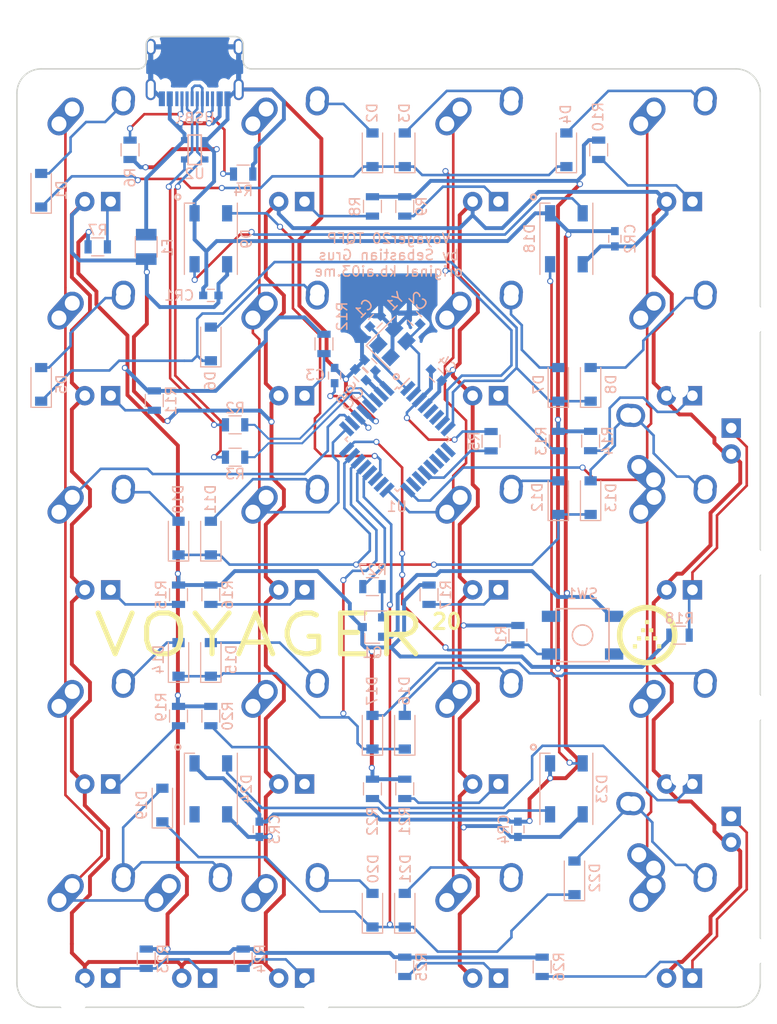
<source format=kicad_pcb>
(kicad_pcb (version 20221018) (generator pcbnew)
  (layers (0 "F.Cu" signal) (31 "B.Cu" signal) (34 "B.Paste" user) (35 "F.Paste" user) (36 "B.SilkS" user "B.Silkscreen") (37 "F.SilkS" user "F.Silkscreen") (38 "B.Mask" user) (39 "F.Mask" user) (44 "Edge.Cuts" user))
  (net 0 "")
  (net 1 "Net-(C1-Pad1)")
  (net 2 "GND")
  (net 3 "Net-(C2-Pad1)")
  (net 4 "Net-(C3-Pad1)")
  (net 5 "+5V")
  (net 6 "ROW0")
  (net 7 "ROW1")
  (net 8 "ROW2")
  (net 9 "ROW3")
  (net 10 "VCC")
  (net 11 "COL0")
  (net 12 "COL1")
  (net 13 "COL2")
  (net 14 "COL3")
  (net 15 "Net-(R1-Pad2)")
  (net 16 "Net-(R5-Pad2)")
  (net 17 "RGBLED")
  (net 18 "Net-(D1-Pad2)")
  (net 19 "Net-(D2-Pad2)")
  (net 20 "Net-(D3-Pad2)")
  (net 21 "Net-(D4-Pad2)")
  (net 22 "Net-(D5-Pad2)")
  (net 23 "Net-(D6-Pad2)")
  (net 24 "Net-(D7-Pad2)")
  (net 25 "Net-(D8-Pad2)")
  (net 26 "Net-(D10-Pad2)")
  (net 27 "Net-(D11-Pad2)")
  (net 28 "Net-(D12-Pad2)")
  (net 29 "Net-(D13-Pad2)")
  (net 30 "Net-(D14-Pad2)")
  (net 31 "Net-(D15-Pad2)")
  (net 32 "Net-(D16-Pad2)")
  (net 33 "Net-(D17-Pad2)")
  (net 34 "Net-(D18-Pad2)")
  (net 35 "Net-(D19-Pad2)")
  (net 36 "Net-(D20-Pad2)")
  (net 37 "Net-(D21-Pad2)")
  (net 38 "Net-(D22-Pad2)")
  (net 39 "Net-(D23-Pad2)")
  (net 40 "Net-(D24-Pad2)")
  (net 41 "D-")
  (net 42 "Net-(R2-Pad2)")
  (net 43 "D+")
  (net 44 "Net-(R3-Pad1)")
  (net 45 "Net-(R4-Pad1)")
  (net 46 "Net-(R6-Pad1)")
  (net 47 "Net-(U1-Pad6)")
  (net 48 "Net-(U1-Pad5)")
  (net 49 "Net-(USB1-Pad9)")
  (net 50 "Net-(USB1-Pad3)")
  (net 51 "Net-(D18-Pad4)")
  (net 52 "ROW4")
  (net 53 "Net-(MX1-Pad4)")
  (net 54 "Net-(MX2-Pad4)")
  (net 55 "Net-(MX3-Pad4)")
  (net 56 "Net-(MX4-Pad4)")
  (net 57 "Net-(MX5-Pad4)")
  (net 58 "Net-(MX6-Pad4)")
  (net 59 "Net-(MX7-Pad4)")
  (net 60 "Net-(MX8-Pad4)")
  (net 61 "Net-(MX9-Pad4)")
  (net 62 "Net-(MX10-Pad4)")
  (net 63 "Net-(MX11-Pad4)")
  (net 64 "Net-(MX13-Pad4)")
  (net 65 "Net-(MX14-Pad4)")
  (net 66 "Net-(MX15-Pad4)")
  (net 67 "Net-(MX16-Pad4)")
  (net 68 "Net-(MX18-Pad4)")
  (net 69 "Net-(MX19-Pad4)")
  (net 70 "LEDGND")
  (net 71 "Net-(U1-Pad18)")
  (net 72 "Net-(U1-Pad15)")
  (net 73 "Net-(U1-Pad14)")
  (net 74 "Net-(U1-Pad12)")
  (net 75 "Net-(U1-Pad11)")
  (net 76 "Net-(U1-Pad10)")
  (net 77 "Net-(U1-Pad9)")
  (net 78 "Net-(MX-E-1-Pad4)")
  (net 79 "Net-(MX-E-2-Pad4)")
  (net 80 "Net-(MX-E-3-Pad4)")
  (net 81 "Net-(Q1-Pad1)")
  (net 82 "Net-(R27-Pad2)")
  (footprint "MX_Alps_Hybrid:MX-1U" (layer "F.Cu") (at 47.625 39.6875)
    (fp_text reference "MX1")
    (fp_text value "MX-1U")
  )
  (footprint "MX_Alps_Hybrid:MX-1U" (layer "F.Cu") (at 66.675 39.6875)
    (fp_text reference "MX2")
    (fp_text value "MX-1U")
  )
  (footprint "MX_Alps_Hybrid:MX-1U" (layer "F.Cu") (at 85.725 39.6875)
    (fp_text reference "MX3")
    (fp_text value "MX-1U")
  )
  (footprint "MX_Alps_Hybrid:MX-1U" (layer "F.Cu") (at 104.775 39.6875)
    (fp_text reference "MX4")
    (fp_text value "MX-1U")
  )
  (footprint "MX_Alps_Hybrid:MX-1U" (layer "F.Cu") (at 47.625 58.7375)
    (fp_text reference "MX5")
    (fp_text value "MX-1U")
  )
  (footprint "MX_Alps_Hybrid:MX-1U" (layer "F.Cu") (at 66.675 58.7375)
    (fp_text reference "MX6")
    (fp_text value "MX-1U")
  )
  (footprint "MX_Alps_Hybrid:MX-1U" (layer "F.Cu") (at 85.725 58.7375)
    (fp_text reference "MX7")
    (fp_text value "MX-1U")
  )
  (footprint "MX_Alps_Hybrid:MX-1U" (layer "F.Cu") (at 104.775 58.7375)
    (fp_text reference "MX8")
    (fp_text value "MX-1U")
  )
  (footprint "MX_Alps_Hybrid:MX-1U" (layer "F.Cu") (at 47.625 77.7875)
    (fp_text reference "MX9")
    (fp_text value "MX-1U")
  )
  (footprint "MX_Alps_Hybrid:MX-1U" (layer "F.Cu") (at 66.675 77.7875)
    (fp_text reference "MX10")
    (fp_text value "MX-1U")
  )
  (footprint "MX_Alps_Hybrid:MX-1U" (layer "F.Cu") (at 85.725 77.7875)
    (fp_text reference "MX11")
    (fp_text value "MX-1U")
  )
  (footprint "MX_Alps_Hybrid:MX-1U" (layer "F.Cu") (at 104.775 77.7875)
    (fp_text reference "MX12")
    (fp_text value "MX-1U")
  )
  (footprint "MX_Alps_Hybrid:MX-1U" (layer "F.Cu") (at 47.625 96.8375)
    (fp_text reference "MX13")
    (fp_text value "MX-1U")
  )
  (footprint "MX_Alps_Hybrid:MX-1U" (layer "F.Cu") (at 66.675 96.8375)
    (fp_text reference "MX14")
    (fp_text value "MX-1U")
  )
  (footprint "MX_Alps_Hybrid:MX-1U" (layer "F.Cu") (at 85.725 96.8375)
    (fp_text reference "MX15")
    (fp_text value "MX-1U")
  )
  (footprint "MX_Alps_Hybrid:MX-1U" (layer "F.Cu") (at 104.775 96.8375)
    (fp_text reference "MX16")
    (fp_text value "MX-1U")
  )
  (footprint "MX_Alps_Hybrid:MX-1U" (layer "F.Cu") (at 47.625 115.8875)
    (fp_text reference "MX17")
    (fp_text value "MX-1U")
  )
  (footprint "MX_Alps_Hybrid:MX-1U" (layer "F.Cu") (at 66.675 115.8875)
    (fp_text reference "MX18")
    (fp_text value "MX-1U")
  )
  (footprint "MX_Alps_Hybrid:MX-1U" (layer "F.Cu") (at 85.725 115.8875)
    (fp_text reference "MX19")
    (fp_text value "MX-1U")
  )
  (footprint "MX_Alps_Hybrid:MX-1U" (layer "F.Cu") (at 104.775 115.8875)
    (fp_text reference "MX20")
    (fp_text value "MX-1U")
  )
  (footprint "MX_Alps_Hybrid:MX-2U-ReversedStabilizers" (layer "F.Cu") (at 104.775 68.2625 90)
    (fp_text reference "MX-E-1")
    (fp_text value "MX-2U")
  )
  (footprint "MX_Alps_Hybrid:MX-2U-ReversedStabilizers" (layer "F.Cu") (at 104.775 106.3625 90)
    (fp_text reference "MX-E-2")
    (fp_text value "MX-2U")
  )
  (footprint "MX_Alps_Hybrid:MX-2U-ReversedStabilizers" (layer "F.Cu") (at 57.15 115.8875)
    (fp_text reference "MX-E-3")
    (fp_text value "MX-2U")
  )
  (footprint "locallib:ai-ring-6mm" (layer "F.Cu") (at 101.6 87.3125)
    (fp_text reference "G***" hide)
    (fp_text value "LOGO" hide)
  )
  (footprint "Capacitors_SMD:C_0603" (layer "B.Cu") (at 74.891554 56.506403 45)
    (fp_text reference "C1")
    (fp_text value "22p")
  )
  (footprint "Capacitors_SMD:C_0603" (layer "B.Cu") (at 78.768492 56.241838 135)
    (fp_text reference "C2")
    (fp_text value "22p")
  )
  (footprint "Capacitors_SMD:C_0603" (layer "B.Cu") (at 70.893357 61.838638 90)
    (fp_text reference "C3")
    (fp_text value "1uF")
  )
  (footprint "Capacitors_SMD:C_0603" (layer "B.Cu") (at 80.888209 61.804102 135)
    (fp_text reference "C4")
    (fp_text value "0.1u")
  )
  (footprint "Capacitors_SMD:C_0603" (layer "B.Cu") (at 73.4463 61.76422 135)
    (fp_text reference "C5")
    (fp_text value "0.1u")
  )
  (footprint "Capacitors_SMD:C_0603" (layer "B.Cu") (at 74.369717 60.840803 135)
    (fp_text reference "C6")
    (fp_text value "4.7u")
  )
  (footprint "Capacitors_SMD:C_0603" (layer "B.Cu") (at 58.7375 53.975 180)
    (fp_text reference "CR1")
    (fp_text value "0.1u")
  )
  (footprint "Capacitors_SMD:C_0603" (layer "B.Cu") (at 98.425 48.41875 90)
    (fp_text reference "CR2")
    (fp_text value "0.1u")
  )
  (footprint "Capacitors_SMD:C_0603" (layer "B.Cu") (at 63.5 106.3625 90)
    (fp_text reference "CR3")
    (fp_text value "0.1u")
  )
  (footprint "Capacitors_SMD:C_0603" (layer "B.Cu") (at 88.9 106.3625 90)
    (fp_text reference "CR4")
    (fp_text value "0.1u")
  )
  (footprint "Diodes_SMD:D_SOD-123" (layer "B.Cu") (at 42.06875 43.65625 90)
    (fp_text reference "D1")
    (fp_text value "SOD-123")
  )
  (footprint "Diodes_SMD:D_SOD-123" (layer "B.Cu") (at 74.6125 39.6875 90)
    (fp_text reference "D2")
    (fp_text value "SOD-123")
  )
  (footprint "Diodes_SMD:D_SOD-123" (layer "B.Cu") (at 77.7875 39.6875 90)
    (fp_text reference "D3")
    (fp_text value "SOD-123")
  )
  (footprint "Diodes_SMD:D_SOD-123" (layer "B.Cu") (at 93.6625 39.6875 90)
    (fp_text reference "D4")
    (fp_text value "SOD-123")
  )
  (footprint "Diodes_SMD:D_SOD-123" (layer "B.Cu") (at 42.06875 62.70625 90)
    (fp_text reference "D5")
    (fp_text value "SOD-123")
  )
  (footprint "Diodes_SMD:D_SOD-123" (layer "B.Cu") (at 58.7375 58.7375 90)
    (fp_text reference "D6")
    (fp_text value "SOD-123")
  )
  (footprint "LEDs:LED_WS2812B-PLCC4" (layer "B.Cu") (at 58.7375 48.41875 90)
    (fp_text reference "D9")
    (fp_text value "WS2812B")
  )
  (footprint "Diodes_SMD:D_SOD-123" (layer "B.Cu") (at 55.5625 77.7875 90)
    (fp_text reference "D10")
    (fp_text value "SOD-123")
  )
  (footprint "Diodes_SMD:D_SOD-123" (layer "B.Cu") (at 58.7375 77.7875 90)
    (fp_text reference "D11")
    (fp_text value "SOD-123")
  )
  (footprint "Diodes_SMD:D_SOD-123" (layer "B.Cu") (at 92.86875 73.81875 90)
    (fp_text reference "D12")
    (fp_text value "SOD-123")
  )
  (footprint "Diodes_SMD:D_SOD-123" (layer "B.Cu") (at 96.04375 73.81875 90)
    (fp_text reference "D13")
    (fp_text value "SOD-123")
  )
  (footprint "Diodes_SMD:D_SOD-123" (layer "B.Cu") (at 77.7875 96.8375 90)
    (fp_text reference "D16")
    (fp_text value "SOD-123")
  )
  (footprint "Diodes_SMD:D_SOD-123" (layer "B.Cu") (at 74.6125 96.8375 90)
    (fp_text reference "D17")
    (fp_text value "SOD-123")
  )
  (footprint "Diodes_SMD:D_SOD-123" (layer "B.Cu") (at 53.975 103.98125 90)
    (fp_text reference "D19")
    (fp_text value "SOD-123")
  )
  (footprint "Diodes_SMD:D_SOD-123" (layer "B.Cu") (at 74.6125 114.3 90)
    (fp_text reference "D20")
    (fp_text value "SOD-123")
  )
  (footprint "Diodes_SMD:D_SOD-123" (layer "B.Cu") (at 77.7875 114.3 90)
    (fp_text reference "D21")
    (fp_text value "SOD-123")
  )
  (footprint "Diodes_SMD:D_SOD-123" (layer "B.Cu") (at 94.45625 111.125 90)
    (fp_text reference "D22")
    (fp_text value "SOD-123")
  )
  (footprint "LEDs:LED_WS2812B-PLCC4" (layer "B.Cu") (at 93.6625 102.39375 90)
    (fp_text reference "D23")
    (fp_text value "WS2812B")
  )
  (footprint "LEDs:LED_WS2812B-PLCC4" (layer "B.Cu") (at 58.7375 102.39375 90)
    (fp_text reference "D24")
    (fp_text value "WS2812B")
  )
  (footprint "Fuse_Holders_and_Fuses:Fuse_SMD1206_Reflow" (layer "B.Cu") (at 52.3875 49.2125 90)
    (fp_text reference "F1")
    (fp_text value "500mA")
  )
  (footprint "Resistors_SMD:R_0805" (layer "B.Cu") (at 88.9 87.3125 -90)
    (fp_text reference "R1")
    (fp_text value "10k")
  )
  (footprint "Resistors_SMD:R_0805" (layer "B.Cu") (at 61.11875 66.675 180)
    (fp_text reference "R2")
    (fp_text value "22")
  )
  (footprint "Resistors_SMD:R_0805" (layer "B.Cu") (at 61.11875 69.85)
    (fp_text reference "R3")
    (fp_text value "22")
  )
  (footprint "Resistors_SMD:R_0805" (layer "B.Cu") (at 61.9125 42.06875)
    (fp_text reference "R4")
    (fp_text value "5.1k")
  )
  (footprint "Resistors_SMD:R_0805" (layer "B.Cu") (at 86.260895 68.281032 -90)
    (fp_text reference "R5")
    (fp_text value "10k")
  )
  (footprint "Resistors_SMD:R_0805" (layer "B.Cu") (at 50.8 39.6875 -90)
    (fp_text reference "R6")
    (fp_text value "5.1k")
  )
  (footprint "Resistors_SMD:R_0805" (layer "B.Cu") (at 47.625 49.2125 180)
    (fp_text reference "R7")
    (fp_text value "1k")
  )
  (footprint "Resistors_SMD:R_0805" (layer "B.Cu") (at 96.8375 39.6875 90)
    (fp_text reference "R10")
    (fp_text value "1k")
  )
  (footprint "Resistors_SMD:R_0805" (layer "B.Cu") (at 53.18125 64.29375 90)
    (fp_text reference "R11")
    (fp_text value "1k")
  )
  (footprint "Resistors_SMD:R_0805" (layer "B.Cu") (at 69.85 58.7375 90)
    (fp_text reference "R12")
    (fp_text value "1k")
  )
  (footprint "Resistors_SMD:R_0805" (layer "B.Cu") (at 92.86875 68.2625 90)
    (fp_text reference "R13")
    (fp_text value "1k")
  )
  (footprint "Resistors_SMD:R_0805" (layer "B.Cu") (at 96.04375 68.2625 90)
    (fp_text reference "R14")
    (fp_text value "1k")
  )
  (footprint "Resistors_SMD:R_0805" (layer "B.Cu") (at 55.5625 83.34375 90)
    (fp_text reference "R15")
    (fp_text value "1k")
  )
  (footprint "Resistors_SMD:R_0805" (layer "B.Cu") (at 58.7375 83.34375 90)
    (fp_text reference "R16")
    (fp_text value "1k")
  )
  (footprint "Resistors_SMD:R_0805" (layer "B.Cu") (at 80.16875 83.34375 90)
    (fp_text reference "R17")
    (fp_text value "1k")
  )
  (footprint "Resistors_SMD:R_0805" (layer "B.Cu") (at 104.775 87.3125 180)
    (fp_text reference "R18")
    (fp_text value "1k")
  )
  (footprint "Resistors_SMD:R_0805" (layer "B.Cu") (at 77.7875 102.39375 90)
    (fp_text reference "R21")
    (fp_text value "1k")
  )
  (footprint "Resistors_SMD:R_0805" (layer "B.Cu") (at 74.6125 102.39375 90)
    (fp_text reference "R22")
    (fp_text value "1k")
  )
  (footprint "Resistors_SMD:R_0805" (layer "B.Cu") (at 52.3875 119.0625 90)
    (fp_text reference "R23")
    (fp_text value "1k")
  )
  (footprint "Resistors_SMD:R_0805" (layer "B.Cu") (at 61.9125 119.0625 90)
    (fp_text reference "R24")
    (fp_text value "1k")
  )
  (footprint "Resistors_SMD:R_0805" (layer "B.Cu") (at 77.7875 119.85625 90)
    (fp_text reference "R25")
    (fp_text value "1k")
  )
  (footprint "Resistors_SMD:R_0805" (layer "B.Cu") (at 91.28125 119.85625 90)
    (fp_text reference "R26")
    (fp_text value "1k")
  )
  (footprint "random-keyboard-parts:SKQG-1155865" (layer "B.Cu") (at 95.25 87.3125)
    (fp_text reference "SW1")
    (fp_text value "SW_Push")
  )
  (footprint "random-keyboard-parts:SOT143B" (layer "B.Cu") (at 57.15 39.6875 -90)
    (fp_text reference "U2")
    (fp_text value "PRTR5V0U2X")
  )
  (footprint "Type-C:HRO-TYPE-C-31-M-12-Assembly" (layer "B.Cu") (at 57.15 26.9875)
    (fp_text reference "USB1")
    (fp_text value "HRO-TYPE-C-31-M-12")
  )
  (footprint "Crystals:Crystal_SMD_3225-4pin_3.2x2.5mm" (layer "B.Cu") (at 76.572916 58.647696 45)
    (fp_text reference "Y1")
    (fp_text value "16MHz")
  )
  (footprint "Package_QFP:TQFP-32_7x7mm_P0.8mm" (layer "B.Cu") (at 77.06199 68.092444 -135)
    (fp_text reference "U1")
    (fp_text value "ATmega32U2-AU")
  )
  (footprint "LEDs:LED_WS2812B-PLCC4" (layer "B.Cu") (at 93.6625 48.41875 90)
    (fp_text reference "D18")
    (fp_text value "WS2812B")
  )
  (footprint "TO_SOT_Packages_SMD:SOT-23" (layer "B.Cu") (at 74.6125 86.51875 180)
    (fp_text reference "Q1")
    (fp_text value "Q_NPN_BEC")
  )
  (footprint "Resistors_SMD:R_0805" (layer "B.Cu") (at 74.6125 82.55 180)
    (fp_text reference "R27")
    (fp_text value "1k")
  )
  (footprint "Resistors_SMD:R_0805" (layer "B.Cu") (at 58.7375 95.25 90)
    (fp_text reference "R20")
    (fp_text value "1k")
  )
  (footprint "Resistors_SMD:R_0805" (layer "B.Cu") (at 55.5625 95.25 90)
    (fp_text reference "R19")
    (fp_text value "1k")
  )
  (footprint "Diodes_SMD:D_SOD-123" (layer "B.Cu") (at 58.7375 89.69375 90)
    (fp_text reference "D15")
    (fp_text value "SOD-123")
  )
  (footprint "Diodes_SMD:D_SOD-123" (layer "B.Cu") (at 55.5625 89.69375 90)
    (fp_text reference "D14")
    (fp_text value "SOD-123")
  )
  (footprint "Diodes_SMD:D_SOD-123" (layer "B.Cu") (at 96.04375 62.70625 90)
    (fp_text reference "D8")
    (fp_text value "SOD-123")
  )
  (footprint "Diodes_SMD:D_SOD-123" (layer "B.Cu") (at 92.86875 62.70625 90)
    (fp_text reference "D7")
    (fp_text value "SOD-123")
  )
  (footprint "Resistors_SMD:R_0805" (layer "B.Cu") (at 77.7875 45.24375 90)
    (fp_text reference "R9")
    (fp_text value "1k")
  )
  (footprint "Resistors_SMD:R_0805" (layer "B.Cu") (at 74.6125 45.24375 90)
    (fp_text reference "R8")
    (fp_text value "1k")
  )
  (gr_circle (center 76.955471 61.94803) (end 76.955471 61.69403) (stroke (width 0.2)) (fill none) (layer "B.SilkS"))
  (gr_circle (center 55.499 44.323) (end 55.499 44.069) (stroke (width 0.2)) (fill none) (layer "B.SilkS"))
  (gr_circle (center 90.424 44.323) (end 90.424 44.069) (stroke (width 0.2)) (fill none) (layer "B.SilkS"))
  (gr_circle (center 90.424 98.298) (end 90.424 98.044) (stroke (width 0.2)) (fill none) (layer "B.SilkS"))
  (gr_circle (center 55.499 98.298) (end 55.499 98.044) (stroke (width 0.2)) (fill none) (layer "B.SilkS"))
  (gr_arc (start 61.11875 28.575) (mid 61.680016 28.807484) (end 61.9125 29.36875) (stroke (width 0.15)) (layer "Edge.Cuts"))
  (gr_line (start 112.7125 121.44375) (end 112.7125 34.13125) (stroke (width 0.15)) (layer "Edge.Cuts"))
  (gr_arc (start 52.3875 29.36875) (mid 52.619984 28.807484) (end 53.18125 28.575) (stroke (width 0.15)) (layer "Edge.Cuts"))
  (gr_line (start 110.33125 123.825) (end 42.06875 123.825) (stroke (width 0.15)) (layer "Edge.Cuts"))
  (gr_arc (start 112.7125 121.44375) (mid 112.015048 123.127548) (end 110.33125 123.825) (stroke (width 0.15)) (layer "Edge.Cuts"))
  (gr_line (start 53.18125 28.575) (end 61.11875 28.575) (stroke (width 0.15)) (layer "Edge.Cuts"))
  (gr_arc (start 39.6875 34.13125) (mid 40.384952 32.447452) (end 42.06875 31.75) (stroke (width 0.15)) (layer "Edge.Cuts"))
  (gr_arc (start 110.33125 31.75) (mid 112.015048 32.447452) (end 112.7125 34.13125) (stroke (width 0.15)) (layer "Edge.Cuts"))
  (gr_arc (start 52.3875 30.95625) (mid 52.155016 31.517516) (end 51.59375 31.75) (stroke (width 0.15)) (layer "Edge.Cuts"))
  (gr_line (start 61.9125 29.36875) (end 61.9125 30.95625) (stroke (width 0.15)) (layer "Edge.Cuts"))
  (gr_line (start 62.70625 31.75) (end 110.33125 31.75) (stroke (width 0.15)) (layer "Edge.Cuts"))
  (gr_line (start 39.6875 121.44375) (end 39.6875 34.13125) (stroke (width 0.15)) (layer "Edge.Cuts"))
  (gr_arc (start 42.06875 123.825) (mid 40.384952 123.127548) (end 39.6875 121.44375) (stroke (width 0.15)) (layer "Edge.Cuts"))
  (gr_line (start 52.3875 30.95625) (end 52.3875 29.36875) (stroke (width 0.15)) (layer "Edge.Cuts"))
  (gr_arc (start 62.70625 31.75) (mid 62.144984 31.517516) (end 61.9125 30.95625) (stroke (width 0.15)) (layer "Edge.Cuts"))
  (gr_line (start 42.06875 31.75) (end 51.59375 31.75) (stroke (width 0.15)) (layer "Edge.Cuts"))
  (gr_text "Voyager20 TQFP\nby Sebastian Grus\noriginal kb.ai03.me" (at 76.2 50.00625) (layer "B.SilkS") (effects (font (size 1 1)) (justify mirror)))
  (gr_text "20" (at 81.915 85.979) (layer "F.SilkS") (effects (font (size 1.5 1.5) (thickness 0.3))))
  (gr_text "VOYAGER" (at 63.5 87.3125) (layer "F.SilkS") (effects (font (size 4 5) (thickness 0.5))))
  (segment (start 74.74695 59.271581) (end 74.74695 59.934643) (width 0.254) (layer "B.Cu") (net 1))
  (segment (start 74.74695 59.934643) (end 77.919648 63.107341) (width 0.254) (layer "B.Cu") (net 1))
  (segment (start 75.194058 57.869567) (end 75.194058 58.824473) (width 0.254) (layer "B.Cu") (net 1))
  (segment (start 77.919648 63.107341) (end 78.087295 63.107341) (width 0.254) (layer "B.Cu") (net 1))
  (segment (start 74.361224 57.036733) (end 75.194058 57.869567) (width 0.254) (layer "B.Cu") (net 1))
  (segment (start 75.194058 58.824473) (end 74.74695 59.271581) (width 0.254) (layer "B.Cu") (net 1))
  (segment (start 90.043 104.394) (end 90.043 103.378) (width 0.381) (layer "F.Cu") (net 2))
  (segment (start 93.726 83.185) (end 93.599 83.312) (width 0.381) (layer "F.Cu") (net 2))
  (segment (start 93.599 73.66) (end 93.599 48.26) (width 0.381) (layer "F.Cu") (net 2))
  (segment (start 74.943604 66.266188) (end 74.943604 66.323575) (width 0.381) (layer "F.Cu") (net 2))
  (segment (start 93.599 101.346) (end 92.583 101.346) (width 0.381) (layer "F.Cu") (net 2))
  (segment (start 72.007097 63.329681) (end 74.943604 66.266188) (width 0.381) (layer "F.Cu") (net 2))
  (segment (start 72.007097 62.200262) (end 72.007097 63.329681) (width 0.381) (layer "F.Cu") (net 2))
  (segment (start 70.104 60.297165) (end 70.104 57.658) (width 0.381) (layer "F.Cu") (net 2))
  (segment (start 64.7555 33.7675) (end 61.47 33.7675) (width 0.381) (layer "F.Cu") (net 2))
  (segment (start 93.599 83.312) (end 93.599 98.298) (width 0.381) (layer "F.Cu") (net 2))
  (segment (start 93.599 83.058) (end 93.726 83.185) (width 0.381) (layer "F.Cu") (net 2))
  (segment (start 92.583 101.346) (end 92.075 101.346) (width 0.381) (layer "F.Cu") (net 2))
  (segment (start 53.213 41.402) (end 54.991 39.624) (width 0.381) (layer "F.Cu") (net 2))
  (segment (start 82.675481 68.129239) (end 80.129239 68.129239) (width 0.254) (layer "F.Cu") (net 2))
  (segment (start 93.599 98.298) (end 94.742 99.441) (width 0.381) (layer "F.Cu") (net 2))
  (segment (start 67.437 54.991) (end 67.437 48.514) (width 0.381) (layer "F.Cu") (net 2))
  (segment (start 69.596 38.608) (end 64.7555 33.7675) (width 0.381) (layer "F.Cu") (net 2))
  (segment (start 69.596 46.355) (end 69.596 38.608) (width 0.381) (layer "F.Cu") (net 2))
  (segment (start 94.742 99.441) (end 94.742 100.203) (width 0.381) (layer "F.Cu") (net 2))
  (segment (start 93.599 48.26) (end 93.853 48.006) (width 0.381) (layer "F.Cu") (net 2))
  (segment (start 80.129239 68.129239) (end 78 66) (width 0.254) (layer "F.Cu") (net 2))
  (segment (start 90.043 105.537) (end 90.043 104.394) (width 0.381) (layer "F.Cu") (net 2))
  (segment (start 52.324 41.402) (end 53.213 41.402) (width 0.381) (layer "F.Cu") (net 2))
  (segment (start 70.104 57.658) (end 67.437 54.991) (width 0.381) (layer "F.Cu") (net 2))
  (segment (start 67.437 48.514) (end 69.596 46.355) (width 0.381) (layer "F.Cu") (net 2))
  (segment (start 93.599 73.66) (end 93.599 83.058) (width 0.381) (layer "F.Cu") (net 2))
  (segment (start 72.007097 62.200262) (end 70.104 60.297165) (width 0.381) (layer "F.Cu") (net 2))
  (segment (start 54.991 39.624) (end 59.309 39.624) (width 0.381) (layer "F.Cu") (net 2))
  (segment (start 90.043 103.378) (end 92.075 101.346) (width 0.381) (layer "F.Cu") (net 2))
  (segment (start 94.742 100.203) (end 93.599 101.346) (width 0.381) (layer "F.Cu") (net 2))
  (via (at 82.675481 68.129239) (size 0.6) (drill 0.4) (layers "F.Cu" "B.Cu") (net 2))
  (via (at 93.853 48.006) (size 0.6) (drill 0.4) (layers "F.Cu" "B.Cu") (net 2))
  (via (at 72.007097 62.200262) (size 0.6) (drill 0.4) (layers "F.Cu" "B.Cu") (net 2))
  (via (at 78 66) (size 0.6) (drill 0.4) (layers "F.Cu" "B.Cu") (net 2))
  (via (at 93.726 83.185) (size 0.6) (drill 0.4) (layers "F.Cu" "B.Cu") (net 2))
  (via (at 52.324 41.402) (size 0.6) (drill 0.4) (layers "F.Cu" "B.Cu") (net 2))
  (via (at 59.309 39.624) (size 0.6) (drill 0.4) (layers "F.Cu" "B.Cu") (net 2))
  (via (at 90.043 105.537) (size 0.6) (drill 0.4) (layers "F.Cu" "B.Cu") (net 2))
  (via (at 74.943604 66.323575) (size 0.6) (drill 0.4) (layers "F.Cu" "B.Cu") (net 2))
  (via (at 92.075 101.346) (size 0.6) (drill 0.4) (layers "F.Cu" "B.Cu") (net 2))
  (segment (start 83.473688 67.331032) (end 82.675481 68.129239) (width 0.254) (layer "B.Cu") (net 2))
  (segment (start 75.456928 55.976073) (end 76.749693 57.268838) (width 0.381) (layer "B.Cu") (net 2))
  (segment (start 72.007097 62.200262) (end 72.007097 62.142763) (width 0.381) (layer "B.Cu") (net 2))
  (segment (start 62.8625 41.1505) (end 63.119 40.894) (width 0.381) (layer "B.Cu") (net 2))
  (segment (start 58.293 101.346) (end 57.1375 100.1905) (width 0.381) (layer "B.Cu") (net 2))
  (segment (start 51.0515 40.6375) (end 51.816 41.402) (width 0.381) (layer "B.Cu") (net 2))
  (segment (start 93.853 47.70925) (end 93.8125 47.66875) (width 0.381) (layer "B.Cu") (net 2))
  (segment (start 73.587293 58.047208) (end 73.170597 57.630512) (width 0.381) (layer "B.Cu") (net 2))
  (segment (start 61.29 33.7675) (end 60.375 34.6825) (width 0.381) (layer "B.Cu") (net 2))
  (segment (start 92.075 101.346) (end 92.0625 101.3335) (width 0.381) (layer "B.Cu") (net 2))
  (segment (start 59.944 101.346) (end 58.293 101.346) (width 0.381) (layer "B.Cu") (net 2))
  (segment (start 61.47 33.7675) (end 61.29 33.7675) (width 0.381) (layer "B.Cu") (net 2))
  (segment (start 57.9875 53.975) (end 57.9875 53.2645) (width 0.381) (layer "B.Cu") (net 2))
  (segment (start 51.816 41.402) (end 52.324 41.402) (width 0.381) (layer "B.Cu") (net 2))
  (segment (start 73.170597 56.857016) (end 74.05154 55.976073) (width 0.381) (layer "B.Cu") (net 2))
  (segment (start 73.839387 60.310473) (end 72.91597 61.23389) (width 0.381) (layer "B.Cu") (net 2))
  (segment (start 86.260895 67.331032) (end 83.473688 67.331032) (width 0.254) (layer "B.Cu") (net 2))
  (segment (start 87.884 48.641) (end 59.309 48.641) (width 0.381) (layer "B.Cu") (net 2))
  (segment (start 74.943604 66.323575) (end 74.727435 66.323575) (width 0.381) (layer "B.Cu") (net 2))
  (segment (start 74.05154 55.976073) (end 75.421884 55.976073) (width 0.381) (layer "B.Cu") (net 2))
  (segment (start 76.749693 57.268838) (end 76.581664 57.436867) (width 0.381) (layer "B.Cu") (net 2))
  (segment (start 93.726 83.185) (end 93.726 83.566) (width 0.381) (layer "B.Cu") (net 2))
  (segment (start 57.1375 45.91875) (end 57.1375 44.7165) (width 0.381) (layer "B.Cu") (net 2))
  (segment (start 50.8 40.6375) (end 51.0515 40.6375) (width 0.381) (layer "B.Cu") (net 2))
  (segment (start 77.089 83.312) (end 78.994 81.407) (width 0.381) (layer "B.Cu") (net 2))
  (segment (start 62.8625 42.06875) (end 62.8625 41.1505) (width 0.381) (layer "B.Cu") (net 2))
  (segment (start 76.48825 87.46875) (end 77.089 86.868) (width 0.381) (layer "B.Cu") (net 2))
  (segment (start 78.238162 55.711508) (end 78.238162 55.780369) (width 0.381) (layer "B.Cu") (net 2))
  (segment (start 57.9875 53.2645) (end 58.293 52.959) (width 0.381) (layer "B.Cu") (net 2))
  (segment (start 63.119 39.497) (end 65.913 36.703) (width 0.381) (layer "B.Cu") (net 2))
  (segment (start 88.138 105.6125) (end 87.9355 105.41) (width 0.381) (layer "B.Cu") (net 2))
  (segment (start 73.587293 60.058379) (end 73.587293 58.047208) (width 0.381) (layer "B.Cu") (net 2))
  (segment (start 98.425 47.66875) (end 93.8125 47.66875) (width 0.381) (layer "B.Cu") (net 2))
  (segment (start 61.47 29.5875) (end 52.83 29.5875) (width 0.381) (layer "B.Cu") (net 2))
  (segment (start 93.726 83.566) (end 96.139 83.566) (width 0.381) (layer "B.Cu") (net 2))
  (segment (start 72.007097 62.142763) (end 72.91597 61.23389) (width 0.381) (layer "B.Cu") (net 2))
  (segment (start 63.5 105.6125) (end 63.5 104.902) (width 0.381) (layer "B.Cu") (net 2))
  (segment (start 92.837 83.566) (end 93.726 83.566) (width 0.381) (layer "B.Cu") (net 2))
  (segment (start 92.0625 45.91875) (end 90.60625 45.91875) (width 0.381) (layer "B.Cu") (net 2))
  (segment (start 60.375 36.7125) (end 58.15 38.9375) (width 0.381) (layer "B.Cu") (net 2))
  (segment (start 74.8545 104.902) (end 64.897 104.902) (width 0.381) (layer "B.Cu") (net 2))
  (segment (start 81.28 81.026) (end 90.297 81.026) (width 0.381) (layer "B.Cu") (net 2))
  (segment (start 57.1375 48.5015) (end 57.1375 45.91875) (width 0.381) (layer "B.Cu") (net 2))
  (segment (start 58.15 38.9375) (end 58.15 38.973) (width 0.381) (layer "B.Cu") (net 2))
  (segment (start 77.089 86.868) (end 77.089 83.312) (width 0.381) (layer "B.Cu") (net 2))
  (segment (start 57.1375 44.7165) (end 59.055 42.799) (width 0.381) (layer "B.Cu") (net 2))
  (segment (start 63.119 40.894) (end 63.119 39.497) (width 0.381) (layer "B.Cu") (net 2))
  (segment (start 75.3625 105.41) (end 74.8545 104.902) (width 0.381) (layer "B.Cu") (net 2))
  (segment (start 98.0355 85.4625) (end 96.139 83.566) (width 0.381) (layer "B.Cu") (net 2))
  (segment (start 90.297 81.026) (end 92.837 83.566) (width 0.381) (layer "B.Cu") (net 2))
  (segment (start 78.994 81.407) (end 80.899 81.407) (width 0.381) (layer "B.Cu") (net 2))
  (segment (start 76.581664 57.436867) (end 76.581664 59.841029) (width 0.381) (layer "B.Cu") (net 2))
  (segment (start 63.5 104.902) (end 59.944 101.346) (width 0.381) (layer "B.Cu") (net 2))
  (segment (start 59.055 39.878) (end 59.055 42.799) (width 0.381) (layer "B.Cu") (net 2))
  (segment (start 79.218666 64.238712) (end 80.357879 63.099499) (width 0.381) (layer "B.Cu") (net 2))
  (segment (start 52.83 33.7675) (end 53.01 33.7675) (width 0.381) (layer "B.Cu") (net 2))
  (segment (start 88.9 105.6125) (end 89.9675 105.6125) (width 0.381) (layer "B.Cu") (net 2))
  (segment (start 73.839387 60.310473) (end 73.587293 60.058379) (width 0.381) (layer "B.Cu") (net 2))
  (segment (start 58.15 38.973) (end 59.055 39.878) (width 0.381) (layer "B.Cu") (net 2))
  (segment (start 52.83 29.5875) (end 52.83 33.7675) (width 0.381) (layer "B.Cu") (net 2))
  (segment (start 87.9355 105.41) (end 75.3625 105.41) (width 0.381) (layer "B.Cu") (net 2))
  (segment (start 90.60625 45.91875) (end 87.884 48.641) (width 0.381) (layer "B.Cu") (net 2))
  (segment (start 65.913 36.703) (end 65.913 34.925) (width 0.381) (layer "B.Cu") (net 2))
  (segment (start 65.913 34.925) (end 64.7555 33.7675) (width 0.381) (layer "B.Cu") (net 2))
  (segment (start 80.357879 63.099499) (end 80.357879 61.273772) (width 0.381) (layer "B.Cu") (net 2))
  (segment (start 59.309 48.641) (end 58.293 49.657) (width 0.381) (layer "B.Cu") (net 2))
  (segment (start 59.309 39.624) (end 59.055 39.878) (width 0.381) (layer "B.Cu") (net 2))
  (segment (start 92.0625 101.3335) (end 92.0625 99.89375) (width 0.381) (layer "B.Cu") (net 2))
  (segment (start 75.6125 87.46875) (end 76.48825 87.46875) (width 0.381) (layer "B.Cu") (net 2))
  (segment (start 98.35 85.4625) (end 98.0355 85.4625) (width 0.381) (layer "B.Cu") (net 2))
  (segment (start 58.293 52.959) (end 58.293 49.657) (width 0.381) (layer "B.Cu") (net 2))
  (segment (start 53.01 33.7675) (end 53.925 34.6825) (width 0.381) (layer "B.Cu") (net 2))
  (segment (start 89.9675 105.6125) (end 90.043 105.537) (width 0.381) (layer "B.Cu") (net 2))
  (segment (start 60.375 34.6825) (end 60.375 36.7125) (width 0.381) (layer "B.Cu") (net 2))
  (segment (start 88.9 105.6125) (end 88.138 105.6125) (width 0.381) (layer "B.Cu") (net 2))
  (segment (start 64.7555 33.7675) (end 61.47 33.7675) (width 0.381) (layer "B.Cu") (net 2))
  (segment (start 70.895473 61.088638) (end 70.893357 61.088638) (width 0.381) (layer "B.Cu") (net 2))
  (segment (start 57.1375 100.1905) (end 57.1375 99.89375) (width 0.381) (layer "B.Cu") (net 2))
  (segment (start 75.421884 55.976073) (end 75.456928 55.976073) (width 0.381) (layer "B.Cu") (net 2))
  (segment (start 93.8125 47.66875) (end 92.0625 45.91875) (width 0.381) (layer "B.Cu") (net 2))
  (segment (start 78.238162 55.780369) (end 76.749693 57.268838) (width 0.381) (layer "B.Cu") (net 2))
  (segment (start 78 65.457378) (end 78 66) (width 0.254) (layer "B.Cu") (net 2))
  (segment (start 80.899 81.407) (end 81.28 81.026) (width 0.381) (layer "B.Cu") (net 2))
  (segment (start 58.293 49.657) (end 57.1375 48.5015) (width 0.381) (layer "B.Cu") (net 2))
  (segment (start 76.581664 59.841029) (end 76.396139 60.026554) (width 0.381) (layer "B.Cu") (net 2))
  (segment (start 72.007097 62.200262) (end 70.895473 61.088638) (width 0.381) (layer "B.Cu") (net 2))
  (segment (start 74.727435 66.323575) (end 73.773943 65.370083) (width 0.381) (layer "B.Cu") (net 2))
  (segment (start 64.897 104.902) (end 64.1865 105.6125) (width 0.381) (layer "B.Cu") (net 2))
  (segment (start 73.170597 57.630512) (end 73.170597 56.857016) (width 0.381) (layer "B.Cu") (net 2))
  (segment (start 93.853 48.006) (end 93.853 47.70925) (width 0.381) (layer "B.Cu") (net 2))
  (segment (start 64.1865 105.6125) (end 63.5 105.6125) (width 0.381) (layer "B.Cu") (net 2))
  (segment (start 79.218666 64.238712) (end 78 65.457378) (width 0.254) (layer "B.Cu") (net 2))
  (segment (start 61.47 33.7675) (end 61.47 29.5875) (width 0.381) (layer "B.Cu") (net 2))
  (segment (start 77.951774 58.470919) (end 79.298822 57.123871) (width 0.254) (layer "B.Cu") (net 3))
  (segment (start 79.177018 63.148989) (end 78.65298 63.673027) (width 0.254) (layer "B.Cu") (net 3))
  (segment (start 77.951774 58.470919) (end 79.177018 59.696163) (width 0.254) (layer "B.Cu") (net 3))
  (segment (start 79.177018 59.696163) (end 79.177018 63.148989) (width 0.254) (layer "B.Cu") (net 3))
  (segment (start 79.298822 57.123871) (end 79.298822 56.772168) (width 0.254) (layer "B.Cu") (net 3))
  (segment (start 74.214957 66.956577) (end 71.110797 63.852417) (width 0.254) (layer "F.Cu") (net 4))
  (segment (start 71.110797 63.852417) (end 70.475993 63.852417) (width 0.254) (layer "F.Cu") (net 4))
  (via (at 70.475993 63.852417) (size 0.6) (drill 0.4) (layers "F.Cu" "B.Cu") (net 4))
  (via (at 74.214957 66.956577) (size 0.6) (drill 0.4) (layers "F.Cu" "B.Cu") (net 4))
  (segment (start 70.893357 63.435053) (end 70.475993 63.852417) (width 0.254) (layer "B.Cu") (net 4))
  (segment (start 70.893357 62.588638) (end 70.893357 63.435053) (width 0.254) (layer "B.Cu") (net 4))
  (segment (start 73.208258 65.949878) (end 73.208258 65.935768) (width 0.254) (layer "B.Cu") (net 4))
  (segment (start 74.214957 66.956577) (end 73.208258 65.949878) (width 0.254) (layer "B.Cu") (net 4))
  (segment (start 83.185 62.5475) (end 84.455 63.8175) (width 0.381) (layer "F.Cu") (net 5))
  (segment (start 82.514333 61.876833) (end 82.514333 61.288436) (width 0.381) (layer "F.Cu") (net 5))
  (segment (start 45.085 46.0375) (end 46.355 44.7675) (width 0.381) (layer "F.Cu") (net 5))
  (segment (start 65.405 101.9175) (end 65.3415 101.9175) (width 0.381) (layer "F.Cu") (net 5))
  (segment (start 83.185 90.297) (end 84.963 92.075) (width 0.381) (layer "F.Cu") (net 5))
  (segment (start 83.185 84.074) (end 83.185 86.36) (width 0.381) (layer "F.Cu") (net 5))
  (segment (start 110.744 70.358) (end 110.744 72.39) (width 0.381) (layer "F.Cu") (net 5))
  (segment (start 46.863 55.626) (end 46.863 53.975) (width 0.381) (layer "F.Cu") (net 5))
  (segment (start 84.963 92.075) (end 84.963 93.726) (width 0.381) (layer "F.Cu") (net 5))
  (segment (start 83.185 46.101) (end 83.185 52.197) (width 0.381) (layer "F.Cu") (net 5))
  (segment (start 103.505 63.8175) (end 103.505 64.389) (width 0.381) (layer "F.Cu") (net 5))
  (segment (start 56.261 119.38) (end 55.88 119.761) (width 0.381) (layer "F.Cu") (net 5))
  (segment (start 84.455 82.8675) (end 84.3915 82.8675) (width 0.381) (layer "F.Cu") (net 5))
  (segment (start 103.505 102.362) (end 104.775 103.632) (width 0.381) (layer "F.Cu") (net 5))
  (segment (start 64.135 109.347) (end 64.135 107.061) (width 0.381) (layer "F.Cu") (net 5))
  (segment (start 64.135 114.554) (end 65.913 112.776) (width 0.381) (layer "F.Cu") (net 5))
  (segment (start 45.085 100.6475) (end 46.355 101.9175) (width 0.381) (layer "F.Cu") (net 5))
  (segment (start 102.235 100.584) (end 102.235 95.631) (width 0.381) (layer "F.Cu") (net 5))
  (segment (start 45.085 117.602) (end 45.085 114.554) (width 0.381) (layer "F.Cu") (net 5))
  (segment (start 45.085 81.5975) (end 45.085 76.454) (width 0.381) (layer "F.Cu") (net 5))
  (segment (start 83.185 100.6475) (end 84.455 101.9175) (width 0.381) (layer "F.Cu") (net 5))
  (segment (start 84.963 73.025) (end 84.963 74.676) (width 0.381) (layer "F.Cu") (net 5))
  (segment (start 45.085 76.454) (end 46.863 74.676) (width 0.381) (layer "F.Cu") (net 5))
  (segment (start 104.521 81.28) (end 103.505 82.296) (width 0.381) (layer "F.Cu") (net 5))
  (segment (start 109.2835 69.5325) (end 109.855 69.5325) (width 0.381) (layer "F.Cu") (net 5))
  (segment (start 83.185 52.197) (end 84.963 53.975) (width 0.381) (layer "F.Cu") (net 5))
  (segment (start 104.013 93.853) (end 104.013 92.075) (width 0.381) (layer "F.Cu") (net 5))
  (segment (start 64.516 107.061) (end 64.135 107.061) (width 0.381) (layer "F.Cu") (net 5))
  (segment (start 107.823 78.486) (end 105.029 81.28) (width 0.381) (layer "F.Cu") (net 5))
  (segment (start 109.9185 69.5325) (end 110.744 70.358) (width 0.381) (layer "F.Cu") (net 5))
  (segment (start 83.185 76.454) (end 83.185 81.5975) (width 0.381) (layer "F.Cu") (net 5))
  (segment (start 108.204 67.945) (end 108.204 68.453) (width 0.381) (layer "F.Cu") (net 5))
  (segment (start 45.085 62.5475) (end 45.085 57.404) (width 0.381) (layer "F.Cu") (net 5))
  (segment (start 103.505 120.523) (end 104.648 119.38) (width 0.381) (layer "F.Cu") (net 5))
  (segment (start 65.913 111.125) (end 64.135 109.347) (width 0.381) (layer "F.Cu") (net 5))
  (segment (start 108.204 106.553) (end 109.2835 107.6325) (width 0.381) (layer "F.Cu") (net 5))
  (segment (start 55.88 120.9675) (end 55.88 120.904) (width 0.381) (layer "F.Cu") (net 5))
  (segment (start 83.185 114.681) (end 83.185 119.6975) (width 0.381) (layer "F.Cu") (net 5))
  (segment (start 103.505 44.831) (end 102.235 46.101) (width 0.381) (layer "F.Cu") (net 5))
  (segment (start 45.085 118.491) (end 46.355 119.761) (width 0.381) (layer "F.Cu") (net 5))
  (segment (start 108.204 68.453) (end 109.2835 69.5325) (width 0.381) (layer "F.Cu") (net 5))
  (segment (start 102.235 46.101) (end 102.235 52.07) (width 0.381) (layer "F.Cu") (net 5))
  (segment (start 64.135 95.504) (end 65.913 93.726) (width 0.381) (layer "F.Cu") (net 5))
  (segment (start 84.963 112.903) (end 83.185 114.681) (width 0.381) (layer "F.Cu") (net 5))
  (segment (start 45.085 65.151) (end 46.355 63.881) (width 0.381) (layer "F.Cu") (net 5))
  (segment (start 110.744 108.5215) (end 109.855 107.6325) (width 0.381) (layer "F.Cu") (net 5))
  (segment (start 64.135 100.711) (end 64.135 95.504) (width 0.381) (layer "F.Cu") (net 5))
  (segment (start 110.744 72.39) (end 107.823 75.311) (width 0.381) (layer "F.Cu") (net 5))
  (segment (start 64.135 103.1875) (end 65.405 101.9175) (width 0.381) (layer "F.Cu") (net 5))
  (segment (start 45.085 57.404) (end 46.863 55.626) (width 0.381) (layer "F.Cu") (net 5))
  (segment (start 46.863 93.726) (end 45.085 95.504) (width 0.381) (layer "F.Cu") (net 5))
  (segment (start 103.505 101.9175) (end 103.505 102.362) (width 0.381) (layer "F.Cu") (net 5))
  (segment (start 84.3915 101.9175) (end 83.185 103.124) (width 0.381) (layer "F.Cu") (net 5))
  (segment (start 105.029 119.38) (end 107.823 116.586) (width 0.381) (layer "F.Cu") (net 5))
  (segment (start 55.499 119.38) (end 55.88 119.761) (width 0.381) (layer "F.Cu") (net 5))
  (segment (start 45.085 90.17) (end 46.863 91.948) (width 0.381) (layer "F.Cu") (net 5))
  (segment (start 103.505 101.9175) (end 103.505 101.854) (width 0.381) (layer "F.Cu") (net 5))
  (segment (start 83.185 95.504) (end 83.185 100.6475) (width 0.381) (layer "F.Cu") (net 5))
  (segment (start 83.566 106.172) (end 83.185 106.172) (width 0.381) (layer "F.Cu") (net 5))
  (segment (start 104.775 65.659) (end 105.918 65.659) (width 0.381) (layer "F.Cu") (net 5))
  (segment (start 64.135 62.611) (end 64.135 57.404) (width 0.381) (layer "F.Cu") (net 5))
  (segment (start 83.185 119.6975) (end 84.455 120.9675) (width 0.381) (layer "F.Cu") (net 5))
  (segment (start 104.013 53.848) (end 104.013 55.753) (width 0.381) (layer "F.Cu") (net 5))
  (segment (start 103.505 82.296) (end 103.505 82.8675) (width 0.381) (layer "F.Cu") (net 5))
  (segment (start 65.913 112.776) (end 65.913 111.125) (width 0.381) (layer "F.Cu") (net 5))
  (segment (start 84.963 55.626) (end 83.185 57.404) (width 0.381) (layer "F.Cu") (net 5))
  (segment (start 64.135 90.297) (end 64.135 84.1375) (width 0.381) (layer "F.Cu") (net 5))
  (segment (start 65.405 63.8175) (end 65.3415 63.8175) (width 0.381) (layer "F.Cu") (net 5))
  (segment (start 54.483 66.294) (end 54.102 66.294) (width 0.381) (layer "F.Cu") (net 5))
  (segment (start 65.913 73.025) (end 65.913 74.676) (width 0.381) (layer "F.Cu") (net 5))
  (segment (start 64.694285 71.806285) (end 65.913 73.025) (width 0.381) (layer "F.Cu") (net 5))
  (segment (start 109.855 69.5325) (end 109.9185 69.5325) (width 0.381) (layer "F.Cu") (net 5))
  (segment (start 51.181 58.039) (end 52.451 56.769) (width 0.381) (layer "F.Cu") (net 5))
  (segment (start 46.355 63.881) (end 46.355 63.8175) (width 0.381) (layer "F.Cu") (net 5))
  (segment (start 64.135 119.634) (end 63.881 119.38) (width 0.381) (layer "F.Cu") (net 5))
  (segment (start 104.013 55.753) (end 102.235 57.531) (width 0.381) (layer "F.Cu") (net 5))
  (segment (start 103.505 64.389) (end 104.775 65.659) (width 0.381) (layer "F.Cu") (net 5))
  (segment (start 45.085 114.554) (end 46.863 112.776) (width 0.381) (layer "F.Cu") (net 5))
  (segment (start 64.135 52.197) (end 64.135 46.0375) (width 0.381) (layer "F.Cu") (net 5))
  (segment (start 83.185 109.347) (end 84.963 111.125) (width 0.381) (layer "F.Cu") (net 5))
  (segment (start 108.204 105.918) (end 108.204 106.553) (width 0.381) (layer "F.Cu") (net 5))
  (segment (start 46.863 53.975) (end 45.085 52.197) (width 0.381) (layer "F.Cu") (net 5))
  (segment (start 65.405 120.9675) (end 65.405 120.904) (width 0.381) (layer "F.Cu") (net 5))
  (segment (start 46.355 119.761) (end 46.736 119.38) (width 0.381) (layer "F.Cu") (net 5))
  (segment (start 65.913 53.975) (end 64.135 52.197) (width 0.381) (layer "F.Cu") (net 5))
  (segment (start 48.641 109.22) (end 48.641 106.299) (width 0.381) (layer "F.Cu") (net 5))
  (segment (start 65.405 120.904) (end 64.135 119.634) (width 0.381) (layer "F.Cu") (net 5))
  (segment (start 84.963 53.975) (end 84.963 55.626) (width 0.381) (layer "F.Cu") (net 5))
  (segment (start 102.235 90.297) (end 102.235 84.1375) (width 0.381) (layer "F.Cu") (net 5))
  (segment (start 45.085 71.247) (end 45.085 65.151) (width 0.381) (layer "F.Cu") (net 5))
  (segment (start 102.235 84.1375) (end 103.505 82.8675) (width 0.381) (layer "F.Cu") (net 5))
  (segment (start 64.135 119.634) (end 64.135 114.554) (width 0.381) (layer "F.Cu") (net 5))
  (segment (start 105.918 65.659) (end 108.204 67.945) (width 0.381) (layer "F.Cu") (net 5))
  (segment (start 65.913 93.726) (end 65.913 92.075) (width 0.381) (layer "F.Cu") (net 5))
  (segment (start 107.823 75.311) (end 107.823 78.486) (width 0.381) (layer "F.Cu") (net 5))
  (segment (start 64.135 107.061) (end 64.135 103.1875) (width 0.381) (layer "F.Cu") (net 5))
  (segment (start 46.2915 82.8675) (end 45.085 84.074) (width 0.381) (layer "F.Cu") (net 5))
  (segment (start 103.505 44.7675) (end 103.505 44.831) (width 0.381) (layer "F.Cu") (net 5))
  (segment (start 103.505 101.854) (end 102.235 100.584) (width 0.381) (layer "F.Cu") (net 5))
  (segment (start 46.355 82.8675) (end 45.085 81.5975) (width 0.381) (layer "F.Cu") (net 5))
  (segment (start 84.963 93.726) (end 83.185 95.504) (width 0.381) (layer "F.Cu") (net 5))
  (segment (start 83.185 57.404) (end 83.185 60.617769) (width 0.381) (layer "F.Cu") (net 5))
  (segment (start 83.185 81.5975) (end 84.455 82.8675) (width 0.381) (layer "F.Cu") (net 5))
  (segment (start 55.88 119.761) (end 55.88 120.9675) (width 0.381) (layer "F.Cu") (net 5))
  (segment (start 84.455 44.7675) (end 84.455 44.831) (width 0.381) (layer "F.Cu") (net 5))
  (segment (start 83.185 60.617769) (end 82.514333 61.288436) (width 0.381) (layer "F.Cu") (net 5))
  (segment (start 103.505 120.9675) (end 103.505 120.523) (width 0.381) (layer "F.Cu") (net 5))
  (segment (start 104.648 119.38) (end 105.029 119.38) (width 0.381) (layer "F.Cu") (net 5))
  (segment (start 45.085 52.197) (end 45.085 46.0375) (width 0.381) (layer "F.Cu") (net 5))
  (segment (start 83.566 86.36) (end 83.185 86.36) (width 0.381) (layer "F.Cu") (net 5))
  (segment (start 102.235 62.5475) (end 103.505 63.8175) (width 0.381) (layer "F.Cu") (net 5))
  (segment (start 83.185 86.36) (end 83.185 90.297) (width 0.381) (layer "F.Cu") (net 5))
  (segment (start 104.013 92.075) (end 102.235 90.297) (width 0.381) (layer "F.Cu") (net 5))
  (segment (start 102.235 95.631) (end 104.013 93.853) (width 0.381) (layer "F.Cu") (net 5))
  (segment (start 84.455798 72.517798) (end 84.963 73.025) (width 0.381) (layer "F.Cu") (net 5))
  (segment (start 46.736 119.38) (end 55.499 119.38) (width 0.381) (layer "F.Cu") (net 5))
  (segment (start 64.135 76.454) (end 64.135 81.5975) (width 0.381) (layer "F.Cu") (net 5))
  (segment (start 46.355 82.8675) (end 46.2915 82.8675) (width 0.381) (layer "F.Cu") (net 5))
  (segment (start 46.355 104.013) (end 46.355 101.9175) (width 0.381) (layer "F.Cu") (net 5))
  (segment (start 64.135 46.0375) (end 65.405 44.7675) (width 0.381) (layer "F.Cu") (net 5))
  (segment (start 65.913 92.075) (end 64.135 90.297) (width 0.381) (layer "F.Cu") (net 5))
  (segment (start 51.181 63.373) (end 51.181 58.039) (width 0.381) (layer "F.Cu") (net 5))
  (segment (start 107.823 114.935) (end 110.744 112.014) (width 0.381) (layer "F.Cu") (net 5))
  (segment (start 105.918 103.632) (end 108.204 105.918) (width 0.381) (layer "F.Cu") (net 5))
  (segment (start 65.405 63.8175) (end 65.405 63.881) (width 0.381) (layer "F.Cu") (net 5))
  (segment (start 83.185 106.172) (end 83.185 109.347) (width 0.381) (layer "F.Cu") (net 5))
  (segment (start 64.135 84.1375) (end 65.405 82.8675) (width 0.381) (layer "F.Cu") (net 5))
  (segment (start 64.135 81.5975) (end 65.405 82.8675) (width 0.381) (layer "F.Cu") (net 5))
  (segment (start 84.963 111.125) (end 84.963 112.903) (width 0.381) (layer "F.Cu") (net 5))
  (segment (start 84.455 63.8175) (end 84.455798 63.818298) (width 0.381) (layer "F.Cu") (net 5))
  (segment (start 102.235 57.531) (end 102.235 62.5475) (width 0.381) (layer "F.Cu") (net 5))
  (segment (start 46.863 73.025) (end 45.085 71.247) (width 0.381) (layer "F.Cu") (net 5))
  (segment (start 54.102 66.294) (end 51.181 63.373) (width 0.381) (layer "F.Cu") (net 5))
  (segment (start 45.085 117.602) (end 45.085 118.491) (width 0.381) (layer "F.Cu") (net 5))
  (segment (start 65.913 74.676) (end 64.135 76.454) (width 0.381) (layer "F.Cu") (net 5))
  (segment (start 83.185 103.124) (end 83.185 106.172) (width 0.381) (layer "F.Cu") (net 5))
  (segment (start 83.185 62.5475) (end 82.514333 61.876833) (width 0.381) (layer "F.Cu") (net 5))
  (segment (start 64.694285 66.374768) (end 64.694285 71.806285) (width 0.381) (layer "F.Cu") (net 5))
  (segment (start 84.963 74.676) (end 83.185 76.454) (width 0.381) (layer "F.Cu") (net 5))
  (segment (start 65.3415 101.9175) (end 64.135 100.711) (width 0.381) (layer "F.Cu") (net 5))
  (segment (start 84.3915 82.8675) (end 83.185 84.074) (width 0.381) (layer "F.Cu") (net 5))
  (segment (start 65.3415 63.8175) (end 64.135 62.611) (width 0.381) (layer "F.Cu") (net 5))
  (segment (start 110.744 112.014) (end 110.744 108.5215) (width 0.381) (layer "F.Cu") (net 5))
  (segment (start 84.455798 63.818298) (end 84.455798 72.517798) (width 0.381) (layer "F.Cu") (net 5))
  (segment (start 109.855 107.6325) (end 109.855 108.077) (width 0.381) (layer "F.Cu") (net 5))
  (segment (start 64.135 57.404) (end 65.913 55.626) (width 0.381) (layer "F.Cu") (net 5))
  (segment (start 46.863 110.998) (end 48.641 109.22) (width 0.381) (layer "F.Cu") (net 5))
  (segment (start 65.405 63.8175) (end 64.694285 64.528215) (width 0.381) (layer "F.Cu") (net 5))
  (segment (start 45.085 95.504) (end 45.085 100.6475) (width 0.381) (layer "F.Cu") (net 5))
  (segment (start 84.455 44.831) (end 83.185 46.101) (width 0.381) (layer "F.Cu") (net 5))
  (segment (start 104.775 103.632) (end 105.918 103.632) (width 0.381) (layer "F.Cu") (net 5))
  (segment (start 46.863 112.776) (end 46.863 110.998) (width 0.381) (layer "F.Cu") (net 5))
  (segment (start 45.085 84.074) (end 45.085 90.17) (width 0.381) (layer "F.Cu") (net 5))
  (segment (start 107.823 116.586) (end 107.823 114.935) (width 0.381) (layer "F.Cu") (net 5))
  (segment (start 103.505 101.9175) (end 103.4415 101.9175) (width 0.381) (layer "F.Cu") (net 5))
  (segment (start 64.694285 64.528215) (end 64.694285 66.374768) (width 0.381) (layer "F.Cu") (net 5))
  (segment (start 102.235 52.07) (end 104.013 53.848) (width 0.381) (layer "F.Cu") (net 5))
  (segment (start 46.863 74.676) (end 46.863 73.025) (width 0.381) (layer "F.Cu") (net 5))
  (segment (start 84.455 101.9175) (end 84.3915 101.9175) (width 0.381) (layer "F.Cu") (net 5))
  (segment (start 105.029 81.28) (end 104.521 81.28) (width 0.381) (layer "F.Cu") (net 5))
  (segment (start 46.863 91.948) (end 46.863 93.726) (width 0.381) (layer "F.Cu") (net 5))
  (segment (start 65.913 55.626) (end 65.913 53.975) (width 0.381) (layer "F.Cu") (net 5))
  (segment (start 109.2835 107.6325) (end 109.855 107.6325) (width 0.381) (layer "F.Cu") (net 5))
  (segment (start 48.641 106.299) (end 46.355 104.013) (width 0.381) (layer "F.Cu") (net 5))
  (segment (start 63.881 119.38) (end 56.261 119.38) (width 0.381) (layer "F.Cu") (net 5))
  (segment (start 52.451 56.769) (end 52.451 55.245) (width 0.381) (layer "F.Cu") (net 5))
  (segment (start 46.355 120.9675) (end 46.355 119.761) (width 0.381) (layer "F.Cu") (net 5))
  (segment (start 46.355 63.8175) (end 45.085 62.5475) (width 0.381) (layer "F.Cu") (net 5))
  (segment (start 52.451 55.245) (end 52.451 51.689) (width 0.381) (layer "F.Cu") (net 5))
  (via (at 83.566 106.172) (size 0.6) (drill 0.4) (layers "F.Cu" "B.Cu") (net 5))
  (via (at 64.694285 66.374768) (size 0.6) (drill 0.4) (layers "F.Cu" "B.Cu") (net 5))
  (via (at 52.451 51.689) (size 0.6) (drill 0.4) (layers "F.Cu" "B.Cu") (net 5))
  (via (at 82.514333 61.288436) (size 0.6) (drill 0.4) (layers "F.Cu" "B.Cu") (net 5))
  (via (at 64.516 107.061) (size 0.6) (drill 0.4) (layers "F.Cu" "B.Cu") (net 5))
  (via (at 54.483 66.294) (size 0.6) (drill 0.4) (layers "F.Cu" "B.Cu") (net 5))
  (via (at 83.566 86.36) (size 0.6) (drill 0.4) (layers "F.Cu" "B.Cu") (net 5))
  (segment (start 73.97663 62.29455) (end 74.092523 62.29455) (width 0.381) (layer "B.Cu") (net 5))
  (segment (start 90.932 43.815) (end 102.5525 43.815) (width 0.381) (layer "B.Cu") (net 5))
  (segment (start 74.900047 61.371133) (end 74.900047 61.970703) (width 0.381) (layer "B.Cu") (net 5))
  (segment (start 88.9 86.3625) (end 83.5685 86.3625) (width 0.381) (layer "B.Cu") (net 5))
  (segment (start 46.355 44.831) (end 45.085 46.101) (width 0.381) (layer "B.Cu") (net 5))
  (segment (start 84.455 46.101) (end 84.455 44.7675) (width 0.381) (layer "B.Cu") (net 5))
  (segment (start 83.185 47.371) (end 84.455 46.101) (width 0.381) (layer "B.Cu") (net 5))
  (segment (start 63.5 107.1125) (end 64.4645 107.1125) (width 0.381) (layer "B.Cu") (net 5))
  (segment (start 60.3375 51.982) (end 59.4875 52.832) (width 0.381) (layer "B.Cu") (net 5))
  (segment (start 87.376 47.371) (end 90.932 43.815) (width 0.381) (layer "B.Cu") (net 5))
  (segment (start 55.499 65.278) (end 54.483 66.294) (width 0.381) (layer "B.Cu") (net 5))
  (segment (start 46.355 44.7675) (end 46.355 44.831) (width 0.381) (layer "B.Cu") (net 5))
  (segment (start 84.455 46.101) (end 85.725 47.371) (width 0.381) (layer "B.Cu") (net 5))
  (segment (start 52.451 53.848) (end 52.451 51.689) (width 0.381) (layer "B.Cu") (net 5))
  (segment (start 59.4875 53.975) (end 59.4875 52.832) (width 0.381) (layer "B.Cu") (net 5))
  (segment (start 85.725 47.371) (end 87.376 47.371) (width 0.381) (layer "B.Cu") (net 5))
  (segment (start 64.4645 107.1125) (end 64.516 107.061) (width 0.381) (layer "B.Cu") (net 5))
  (segment (start 98.425 49.16875) (end 97.0125 49.16875) (width 0.381) (layer "B.Cu") (net 5))
  (segment (start 59.4875 54.6855) (end 59.055 55.118) (width 0.381) (layer "B.Cu") (net 5))
  (segment (start 103.505 44.7675) (end 103.505 45.974) (width 0.381) (layer "B.Cu") (net 5))
  (segment (start 60.3375 104.89375) (end 60.3375 105.0415) (width 0.381) (layer "B.Cu") (net 5))
  (segment (start 63.597517 65.278) (end 55.499 65.278) (width 0.381) (layer "B.Cu") (net 5))
  (segment (start 60.3375 50.91875) (end 60.3375 51.982) (width 0.381) (layer "B.Cu") (net 5))
  (segment (start 83.693 106.045) (end 83.566 106.172) (width 0.381) (layer "B.Cu") (net 5))
  (segment (start 62.4085 107.1125) (end 62.992 107.1125) (width 0.381) (layer "B.Cu") (net 5))
  (segment (start 64.694285 66.374768) (end 63.597517 65.278) (width 0.381) (layer "B.Cu") (net 5))
  (segment (start 60.3375 105.0415) (end 62.4085 107.1125) (width 0.381) (layer "B.Cu") (net 5))
  (segment (start 81.180369 62.572602) (end 81.418539 62.334432) (width 0.381) (layer "B.Cu") (net 5))
  (segment (start 93.04375 107.1125) (end 95.2625 104.89375) (width 0.381) (layer "B.Cu") (net 5))
  (segment (start 52.3875 51.6255) (end 52.451 51.689) (width 0.381) (layer "B.Cu") (net 5))
  (segment (start 102.5525 43.815) (end 103.505 44.7675) (width 0.381) (layer "B.Cu") (net 5))
  (segment (start 63.5 107.1125) (end 62.992 107.1125) (width 0.381) (layer "B.Cu") (net 5))
  (segment (start 65.405 44.7675) (end 65.405 45.974) (width 0.381) (layer "B.Cu") (net 5))
  (segment (start 59.055 55.118) (end 53.721 55.118) (width 0.381) (layer "B.Cu") (net 5))
  (segment (start 88.9 107.1125) (end 93.04375 107.1125) (width 0.381) (layer "B.Cu") (net 5))
  (segment (start 59.4875 53.975) (end 59.4875 54.6855) (width 0.381) (layer "B.Cu") (net 5))
  (segment (start 83.5685 86.3625) (end 83.566 86.36) (width 0.381) (layer "B.Cu") (net 5))
  (segment (start 81.180369 63.408379) (end 81.180369 62.572602) (width 0.381) (layer "B.Cu") (net 5))
  (segment (start 74.900047 61.970703) (end 76.036685 63.107341) (width 0.381) (layer "B.Cu") (net 5))
  (segment (start 81.468337 62.334432) (end 82.514333 61.288436) (width 0.381) (layer "B.Cu") (net 5))
  (segment (start 45.085 46.101) (end 45.085 49.784) (width 0.381) (layer "B.Cu") (net 5))
  (segment (start 81.418539 62.334432) (end 81.468337 62.334432) (width 0.381) (layer "B.Cu") (net 5))
  (segment (start 52.3875 50.4125) (end 52.3875 51.6255) (width 0.381) (layer "B.Cu") (net 5))
  (segment (start 79.784351 64.804397) (end 81.180369 63.408379) (width 0.381) (layer "B.Cu") (net 5))
  (segment (start 88.1895 107.1125) (end 87.122 106.045) (width 0.381) (layer "B.Cu") (net 5))
  (segment (start 87.122 106.045) (end 83.693 106.045) (width 0.381) (layer "B.Cu") (net 5))
  (segment (start 52.254 50.546) (end 52.3875 50.4125) (width 0.381) (layer "B.Cu") (net 5))
  (segment (start 53.721 55.118) (end 52.451 53.848) (width 0.381) (layer "B.Cu") (net 5))
  (segment (start 45.847 50.546) (end 52.254 50.546) (width 0.381) (layer "B.Cu") (net 5))
  (segment (start 100.31025 49.16875) (end 98.425 49.16875) (width 0.381) (layer "B.Cu") (net 5))
  (segment (start 103.505 45.974) (end 100.31025 49.16875) (width 0.381) (layer "B.Cu") (net 5))
  (segment (start 65.405 45.974) (end 66.802 47.371) (width 0.381) (layer "B.Cu") (net 5))
  (segment (start 97.0125 49.16875) (end 95.2625 50.91875) (width 0.381) (layer "B.Cu") (net 5))
  (segment (start 88.9 107.1125) (end 88.1895 107.1125) (width 0.381) (layer "B.Cu") (net 5))
  (segment (start 66.802 47.371) (end 83.185 47.371) (width 0.381) (layer "B.Cu") (net 5))
  (segment (start 45.085 49.784) (end 45.847 50.546) (width 0.381) (layer "B.Cu") (net 5))
  (segment (start 74.092523 62.29455) (end 75.471 63.673027) (width 0.381) (layer "B.Cu") (net 5))
  (segment (start 56.769 43.434) (end 55.88 42.545) (width 0.254) (layer "F.Cu") (net 6))
  (segment (start 82.042 51.308) (end 81.788 51.562) (width 0.254) (layer "F.Cu") (net 6))
  (segment (start 82.042 42.037) (end 82.042 51.308) (width 0.254) (layer "F.Cu") (net 6))
  (segment (start 59.817 43.434) (end 56.769 43.434) (width 0.254) (layer "F.Cu") (net 6))
  (segment (start 81.788 41.783) (end 82.042 42.037) (width 0.254) (layer "F.Cu") (net 6))
  (segment (start 51.689 42.545) (end 51.562 42.672) (width 0.254) (layer "F.Cu") (net 6))
  (segment (start 55.88 42.545) (end 51.689 42.545) (width 0.254) (layer "F.Cu") (net 6))
  (via (at 81.788 51.562) (size 0.6) (drill 0.4) (layers "F.Cu" "B.Cu") (net 6))
  (via (at 81.788 41.783) (size 0.6) (drill 0.4) (layers "F.Cu" "B.Cu") (net 6))
  (via (at 59.817 43.434) (size 0.6) (drill 0.4) (layers "F.Cu" "B.Cu") (net 6))
  (via (at 51.562 42.672) (size 0.6) (drill 0.4) (layers "F.Cu" "B.Cu") (net 6))
  (segment (start 88.265 57.404) (end 88.265 60.833) (width 0.254) (layer "B.Cu") (net 6))
  (segment (start 77.7875 41.3375) (end 78.6755 41.3375) (width 0.254) (layer "B.Cu") (net 6))
  (segment (start 81.955262 66.027599) (end 81.481407 66.501454) (width 0.254) (layer "B.Cu") (net 6))
  (segment (start 64.77 42.291) (end 63.627 43.434) (width 0.254) (layer "B.Cu") (net 6))
  (segment (start 45.084 42.291) (end 42.06875 45.30625) (width 0.254) (layer "B.Cu") (net 6))
  (segment (start 81.788 51.562) (end 82.423 51.562) (width 0.254) (layer "B.Cu") (net 6))
  (segment (start 51.562 42.672) (end 51.181 42.291) (width 0.254) (layer "B.Cu") (net 6))
  (segment (start 88.265 60.833) (end 87.249 61.849) (width 0.254) (layer "B.Cu") (net 6))
  (segment (start 82.423 51.562) (end 88.265 57.404) (width 0.254) (layer "B.Cu") (net 6))
  (segment (start 72.771 42.291) (end 64.897 42.291) (width 0.254) (layer "B.Cu") (net 6))
  (segment (start 74.6125 41.3375) (end 73.7245 41.3375) (width 0.254) (layer "B.Cu") (net 6))
  (segment (start 51.181 42.291) (end 45.084 42.291) (width 0.254) (layer "B.Cu") (net 6))
  (segment (start 81.955262 63.283597) (end 81.955262 66.027599) (width 0.254) (layer "B.Cu") (net 6))
  (segment (start 87.249 61.849) (end 83.389859 61.849) (width 0.254) (layer "B.Cu") (net 6))
  (segment (start 81.788 41.783) (end 81.915 41.91) (width 0.254) (layer "B.Cu") (net 6))
  (segment (start 92.7745 41.3375) (end 93.6625 41.3375) (width 0.254) (layer "B.Cu") (net 6))
  (segment (start 83.389859 61.849) (end 81.955262 63.283597) (width 0.254) (layer "B.Cu") (net 6))
  (segment (start 78.6755 41.3375) (end 79.502 42.164) (width 0.254) (layer "B.Cu") (net 6))
  (segment (start 81.915 41.91) (end 81.915 42.164) (width 0.254) (layer "B.Cu") (net 6))
  (segment (start 64.897 42.291) (end 64.77 42.291) (width 0.254) (layer "B.Cu") (net 6))
  (segment (start 79.502 42.164) (end 81.915 42.164) (width 0.254) (layer "B.Cu") (net 6))
  (segment (start 77.7875 41.3375) (end 74.6125 41.3375) (width 0.254) (layer "B.Cu") (net 6))
  (segment (start 73.7245 41.3375) (end 72.771 42.291) (width 0.254) (layer "B.Cu") (net 6))
  (segment (start 81.915 42.164) (end 91.948 42.164) (width 0.254) (layer "B.Cu") (net 6))
  (segment (start 63.627 43.434) (end 59.817 43.434) (width 0.254) (layer "B.Cu") (net 6))
  (segment (start 91.948 42.164) (end 92.7745 41.3375) (width 0.254) (layer "B.Cu") (net 6))
  (segment (start 82.326441 50.703441) (end 64.993559 50.703441) (width 0.254) (layer "B.Cu") (net 7))
  (segment (start 87.503 62.357) (end 88.773 61.087) (width 0.254) (layer "B.Cu") (net 7))
  (segment (start 88.773 57.15) (end 82.326441 50.703441) (width 0.254) (layer "B.Cu") (net 7))
  (segment (start 82.047093 67.067139) (end 82.520947 66.593285) (width 0.254) (layer "B.Cu") (net 7))
  (segment (start 83.643 62.357) (end 87.503 62.357) (width 0.254) (layer "B.Cu") (net 7))
  (segment (start 64.993559 50.703441) (end 59.944 55.753) (width 0.254) (layer "B.Cu") (net 7))
  (segment (start 59.944 55.753) (end 57.912 55.753) (width 0.254) (layer "B.Cu") (net 7))
  (segment (start 88.773 61.087) (end 88.773 57.15) (width 0.254) (layer "B.Cu") (net 7))
  (segment (start 56.134 60.3875) (end 56.896 60.3875) (width 0.254) (layer "B.Cu") (net 7))
  (segment (start 45.084 61.341) (end 42.06875 64.35625) (width 0.254) (layer "B.Cu") (net 7))
  (segment (start 48.768 61.341) (end 45.084 61.341) (width 0.254) (layer "B.Cu") (net 7))
  (segment (start 49.7215 60.3875) (end 48.768 61.341) (width 0.254) (layer "B.Cu") (net 7))
  (segment (start 57.912 55.753) (end 57.404 56.261) (width 0.254) (layer "B.Cu") (net 7))
  (segment (start 56.896 60.3875) (end 57.404 59.8795) (width 0.254) (layer "B.Cu") (net 7))
  (segment (start 57.404 59.8795) (end 57.912 60.3875) (width 0.254) (layer "B.Cu") (net 7))
  (segment (start 96.04375 64.35625) (end 92.86875 64.35625) (width 0.254) (layer "B.Cu") (net 7))
  (segment (start 57.404 56.261) (end 57.404 59.8795) (width 0.254) (layer "B.Cu") (net 7))
  (segment (start 92.04225 64.35625) (end 88.773 61.087) (width 0.254) (layer "B.Cu") (net 7))
  (segment (start 82.520947 63.479053) (end 83.643 62.357) (width 0.254) (layer "B.Cu") (net 7))
  (segment (start 82.520947 66.593285) (end 82.520947 63.479053) (width 0.254) (layer "B.Cu") (net 7))
  (segment (start 92.86875 64.35625) (end 92.04225 64.35625) (width 0.254) (layer "B.Cu") (net 7))
  (segment (start 56.134 60.3875) (end 49.7215 60.3875) (width 0.254) (layer "B.Cu") (net 7))
  (segment (start 58.7375 60.3875) (end 57.912 60.3875) (width 0.254) (layer "B.Cu") (net 7))
  (segment (start 80.645 80.391) (end 73 80.391) (width 0.254) (layer "F.Cu") (net 8))
  (via (at 73 80.391) (size 0.6) (drill 0.4) (layers "F.Cu" "B.Cu") (net 8))
  (via (at 80.645 80.391) (size 0.6) (drill 0.4) (layers "F.Cu" "B.Cu") (net 8))
  (segment (start 90.297 80.391) (end 80.645 80.391) (width 0.254) (layer "B.Cu") (net 8))
  (segment (start 73 80.391) (end 60.579 80.391) (width 0.254) (layer "B.Cu") (net 8))
  (segment (start 71.854027 70.47198) (end 71.854027 74.854027) (width 0.254) (layer "B.Cu") (net 8))
  (segment (start 74.352532 77.352532) (end 74.352532 79.038468) (width 0.254) (layer "B.Cu") (net 8))
  (segment (start 59.6255 79.4375) (end 58.7375 79.4375) (width 0.254) (layer "B.Cu") (net 8))
  (segment (start 92.86875 75.46875) (end 92.86875 77.81925) (width 0.254) (layer "B.Cu") (net 8))
  (segment (start 60.579 80.391) (end 59.6255 79.4375) (width 0.254) (layer "B.Cu") (net 8))
  (segment (start 74.352532 79.038468) (end 73 80.391) (width 0.254) (layer "B.Cu") (net 8))
  (segment (start 92.86875 77.81925) (end 90.297 80.391) (width 0.254) (layer "B.Cu") (net 8))
  (segment (start 92.86875 75.46875) (end 96.04375 75.46875) (width 0.254) (layer "B.Cu") (net 8))
  (segment (start 58.7375 79.4375) (end 55.5625 79.4375) (width 0.254) (layer "B.Cu") (net 8))
  (segment (start 72.642573 69.683434) (end 71.854027 70.47198) (width 0.254) (layer "B.Cu") (net 8))
  (segment (start 71.854027 74.854027) (end 74.352532 77.352532) (width 0.254) (layer "B.Cu") (net 8))
  (segment (start 71.755 81.915) (end 71.755 94.996) (width 0.254) (layer "F.Cu") (net 9))
  (via (at 71.755 81.915) (size 0.6) (drill 0.4) (layers "F.Cu" "B.Cu") (net 9))
  (via (at 71.755 94.996) (size 0.6) (drill 0.4) (layers "F.Cu" "B.Cu") (net 9))
  (segment (start 73.277 98.042) (end 73.152 97.917) (width 0.254) (layer "B.Cu") (net 9))
  (segment (start 72.504032 74.504032) (end 75 77) (width 0.254) (layer "B.Cu") (net 9))
  (segment (start 75 77) (end 75 80) (width 0.254) (layer "B.Cu") (net 9))
  (segment (start 73.7245 98.4875) (end 73.279 98.042) (width 0.254) (layer "B.Cu") (net 9))
  (segment (start 74.6125 98.4875) (end 73.7245 98.4875) (width 0.254) (layer "B.Cu") (net 9))
  (segment (start 75 80) (end 74 81) (width 0.254) (layer "B.Cu") (net 9))
  (segment (start 59.65925 91.34375) (end 58.7375 91.34375) (width 0.254) (layer "B.Cu") (net 9))
  (segment (start 71.755 94.996) (end 71.755 95.377) (width 0.254) (layer "B.Cu") (net 9))
  (segment (start 59.944 91.059) (end 59.65925 91.34375) (width 0.254) (layer "B.Cu") (net 9))
  (segment (start 77.7875 98.4875) (end 74.6125 98.4875) (width 0.254) (layer "B.Cu") (net 9))
  (segment (start 72.504032 70.953346) (end 72.504032 74.504032) (width 0.254) (layer "B.Cu") (net 9))
  (segment (start 71.755 95.377) (end 69.469 95.377) (width 0.254) (layer "B.Cu") (net 9))
  (segment (start 58.7375 91.34375) (end 55.5625 91.34375) (width 0.254) (layer "B.Cu") (net 9))
  (segment (start 73.279 98.042) (end 73.277 98.042) (width 0.254) (layer "B.Cu") (net 9))
  (segment (start 72.263 95.377) (end 71.755 95.377) (width 0.254) (layer "B.Cu") (net 9))
  (segment (start 65.151 91.059) (end 59.944 91.059) (width 0.254) (layer "B.Cu") (net 9))
  (segment (start 73.152 96.266) (end 72.263 95.377) (width 0.254) (layer "B.Cu") (net 9))
  (segment (start 72.67 81) (end 71.755 81.915) (width 0.254) (layer "B.Cu") (net 9))
  (segment (start 73.208258 70.24912) (end 72.504032 70.953346) (width 0.254) (layer "B.Cu") (net 9))
  (segment (start 69.469 95.377) (end 65.151 91.059) (width 0.254) (layer "B.Cu") (net 9))
  (segment (start 74 81) (end 72.67 81) (width 0.254) (layer "B.Cu") (net 9))
  (segment (start 73.152 97.917) (end 73.152 96.266) (width 0.254) (layer "B.Cu") (net 9))
  (segment (start 58.547 37.084) (end 56.007 37.084) (width 0.381) (layer "F.Cu") (net 10))
  (segment (start 56.007 37.084) (end 55.753 37.084) (width 0.381) (layer "F.Cu") (net 10))
  (via (at 58.547 37.084) (size 0.6) (drill 0.4) (layers "F.Cu" "B.Cu") (net 10))
  (via (at 55.753 37.084) (size 0.6) (drill 0.4) (layers "F.Cu" "B.Cu") (net 10))
  (segment (start 55.753 37.084) (end 55.753 37.719) (width 0.381) (layer "B.Cu") (net 10))
  (segment (start 54.7 34.6825) (end 54.7 36.666) (width 0.381) (layer "B.Cu") (net 10))
  (segment (start 55.753 37.719) (end 56.15 38.116) (width 0.381) (layer "B.Cu") (net 10))
  (segment (start 52.3875 42.5) (end 56.15 38.7375) (width 0.381) (layer "B.Cu") (net 10))
  (segment (start 59.6 34.6825) (end 59.6 36.412) (width 0.381) (layer "B.Cu") (net 10))
  (segment (start 59.6 36.412) (end 58.928 37.084) (width 0.381) (layer "B.Cu") (net 10))
  (segment (start 52.3875 48.0125) (end 52.3875 42.5) (width 0.381) (layer "B.Cu") (net 10))
  (segment (start 58.928 37.084) (end 58.547 37.084) (width 0.381) (layer "B.Cu") (net 10))
  (segment (start 54.7 36.666) (end 55.753 37.719) (width 0.381) (layer "B.Cu") (net 10))
  (segment (start 56.15 38.116) (end 56.15 38.7375) (width 0.381) (layer "B.Cu") (net 10))
  (segment (start 48.006 108.966) (end 48.006 106.553) (width 0.254) (layer "F.Cu") (net 11))
  (segment (start 44.45 75.8825) (end 44.45 93.6625) (width 0.254) (layer "F.Cu") (net 11))
  (segment (start 44.45 102.997) (end 44.45 94.9325) (width 0.254) (layer "F.Cu") (net 11))
  (segment (start 44.45 37.7825) (end 43.815 37.1475) (width 0.254) (layer "F.Cu") (net 11))
  (segment (start 44.45 74.6125) (end 43.815 75.2475) (width 0.254) (layer "F.Cu") (net 11))
  (segment (start 44.45 53.213) (end 44.45 37.7825) (width 0.254) (layer "F.Cu") (net 11))
  (segment (start 48.006 106.553) (end 44.45 102.997) (width 0.254) (layer "F.Cu") (net 11))
  (segment (start 44.45 94.9325) (end 43.815 94.2975) (width 0.254) (layer "F.Cu") (net 11))
  (segment (start 44.45 53.213) (end 44.45 54.0625) (width 0.254) (layer "F.Cu") (net 11))
  (segment (start 44.45 93.6625) (end 43.815 94.2975) (width 0.254) (layer "F.Cu") (net 11))
  (segment (start 44.45 56.8325) (end 44.45 74.6125) (width 0.254) (layer "F.Cu") (net 11))
  (segment (start 43.815 113.157) (end 48.006 108.966) (width 0.254) (layer "F.Cu") (net 11))
  (segment (start 44.45 54.0625) (end 45.125 54.7375) (width 0.254) (layer "F.Cu") (net 11))
  (segment (start 43.815 75.2475) (end 44.45 75.8825) (width 0.254) (layer "F.Cu") (net 11))
  (segment (start 43.815 56.1975) (end 44.45 56.8325) (width 0.254) (layer "F.Cu") (net 11))
  (segment (start 43.815 113.3475) (end 43.815 113.157) (width 0.254) (layer "F.Cu") (net 11))
  (segment (start 70.223836 66.886419) (end 70.223836 69.222164) (width 0.254) (layer "B.Cu") (net 11))
  (segment (start 53.025112 71.501) (end 52.517112 70.993) (width 0.254) (layer "B.Cu") (net 11))
  (segment (start 72.642573 66.501454) (end 71.858919 65.7178) (width 0.254) (layer "B.Cu") (net 11))
  (segment (start 71.392455 65.7178) (end 70.223836 66.886419) (width 0.254) (layer "B.Cu") (net 11))
  (segment (start 47.9195 70.993) (end 45.125 73.7875) (width 0.254) (layer "B.Cu") (net 11))
  (segment (start 67.945 71.501) (end 53.025112 71.501) (width 0.254) (layer "B.Cu") (net 11))
  (segment (start 71.858919 65.7178) (end 71.392455 65.7178) (width 0.254) (layer "B.Cu") (net 11))
  (segment (start 43.815 113.3475) (end 53.34 113.3475) (width 0.254) (layer "B.Cu") (net 11))
  (segment (start 70.223836 69.222164) (end 67.945 71.501) (width 0.254) (layer "B.Cu") (net 11))
  (segment (start 52.517112 70.993) (end 47.9195 70.993) (width 0.254) (layer "B.Cu") (net 11))
  (segment (start 62.865 75.2475) (end 63.5 75.8825) (width 0.254) (layer "F.Cu") (net 12))
  (segment (start 62.865 56.1975) (end 62.865 57.658) (width 0.254) (layer "F.Cu") (net 12))
  (segment (start 62.865 57.658) (end 63.5 58.293) (width 0.254) (layer "F.Cu") (net 12))
  (segment (start 63.5 93.6625) (end 62.865 94.2975) (width 0.254) (layer "F.Cu") (net 12))
  (segment (start 63.5 55.5625) (end 62.865 56.1975) (width 0.254) (layer "F.Cu") (net 12))
  (segment (start 63.5 58.293) (end 63.5 74.6125) (width 0.254) (layer "F.Cu") (net 12))
  (segment (start 62.865 37.1475) (end 63.5 37.7825) (width 0.254) (layer "F.Cu") (net 12))
  (segment (start 63.5 75.8825) (end 63.5 93.6625) (width 0.254) (layer "F.Cu") (net 12))
  (segment (start 63.5 94.9325) (end 62.865 94.2975) (width 0.254) (layer "F.Cu") (net 12))
  (segment (start 63.5 74.6125) (end 62.865 75.2475) (width 0.254) (layer "F.Cu") (net 12))
  (segment (start 62.865 113.3475) (end 63.5 112.7125) (width 0.254) (layer "F.Cu") (net 12))
  (segment (start 63.5 37.7825) (end 63.5 55.5625) (width 0.254) (layer "F.Cu") (net 12))
  (segment (start 63.5 112.7125) (end 63.5 94.9325) (width 0.254) (layer "F.Cu") (net 12))
  (segment (start 71.264066 70.287669) (end 71.264066 74.294359) (width 0.254) (layer "B.Cu") (net 12))
  (segment (start 70.731927 69.75553) (end 71.264066 70.287669) (width 0.254) (layer "B.Cu") (net 12))
  (segment (start 70.731927 68.412099) (end 70.731927 69.75553) (width 0.254) (layer "B.Cu") (net 12))
  (segment (start 70.310925 75.2475) (end 62.865 75.2475) (width 0.254) (layer "B.Cu") (net 12))
  (segment (start 72.076887 67.067139) (end 70.731927 68.412099) (width 0.254) (layer "B.Cu") (net 12))
  (segment (start 71.264066 74.294359) (end 70.310925 75.2475) (width 0.254) (layer "B.Cu") (net 12))
  (segment (start 82.55 74.6125) (end 81.915 75.2475) (width 0.254) (layer "F.Cu") (net 13))
  (segment (start 83.810189 66.260189) (end 83.810189 70.415609) (width 0.254) (layer "F.Cu") (net 13))
  (segment (start 82.55 71.675798) (end 82.55 74.6125) (width 0.254) (layer "F.Cu") (net 13))
  (segment (start 82.55 56.8325) (end 82.55 60.08415) (width 0.254) (layer "F.Cu") (net 13))
  (segment (start 81.915 75.2475) (end 82.55 75.8825) (width 0.254) (layer "F.Cu") (net 13))
  (segment (start 82.55 55.5625) (end 81.915 56.1975) (width 0.254) (layer "F.Cu") (net 13))
  (segment (start 81.915 37.1475) (end 82.55 37.7825) (width 0.254) (layer "F.Cu") (net 13))
  (segment (start 82.55 94.9325) (end 82.55 112.7125) (width 0.254) (layer "F.Cu") (net 13))
  (segment (start 81.915 94.2975) (end 82.55 94.9325) (width 0.254) (layer "F.Cu") (net 13))
  (segment (start 82.55 60.08415) (end 81.731776 60.902374) (width 0.254) (layer "F.Cu") (net 13))
  (segment (start 81.731776 64.181776) (end 83.810189 66.260189) (width 0.254) (layer "F.Cu") (net 13))
  (segment (start 81.915 56.1975) (end 82.55 56.8325) (width 0.254) (layer "F.Cu") (net 13))
  (segment (start 82.55 93.6625) (end 81.915 94.2975) (width 0.254) (layer "F.Cu") (net 13))
  (segment (start 82.55 112.7125) (end 81.915 113.3475) (width 0.254) (layer "F.Cu") (net 13))
  (segment (start 83.810189 70.415609) (end 82.55 71.675798) (width 0.254) (layer "F.Cu") (net 13))
  (segment (start 82.55 75.8825) (end 82.55 93.6625) (width 0.254) (layer "F.Cu") (net 13))
  (segment (start 81.731776 60.902374) (end 81.731776 64.181776) (width 0.254) (layer "F.Cu") (net 13))
  (segment (start 82.55 37.7825) (end 82.55 55.5625) (width 0.254) (layer "F.Cu") (net 13))
  (segment (start 81.915 74.168) (end 81.915 75.2475) (width 0.254) (layer "B.Cu") (net 13))
  (segment (start 78.2475 75.2475) (end 76.077547 73.077547) (width 0.254) (layer "B.Cu") (net 13))
  (segment (start 76.077547 73.077547) (end 76.036685 73.077547) (width 0.254) (layer "B.Cu") (net 13))
  (segment (start 81.915 75.2475) (end 78.2475 75.2475) (width 0.254) (layer "B.Cu") (net 13))
  (segment (start 101.981 103.124) (end 101.6 102.743) (width 0.254) (layer "F.Cu") (net 14))
  (segment (start 100.775 108.8625) (end 101.6 108.0375) (width 0.254) (layer "F.Cu") (net 14))
  (segment (start 96.4565 72.0725) (end 95.25 70.866) (width 0.254) (layer "F.Cu") (net 14))
  (segment (start 101.6 94.9325) (end 100.965 94.2975) (width 0.254) (layer "F.Cu") (net 14))
  (segment (start 101.981 65.024) (end 101.6 64.643) (width 0.254) (layer "F.Cu") (net 14))
  (segment (start 101.981 104.648) (end 101.981 103.124) (width 0.254) (layer "F.Cu") (net 14))
  (segment (start 102.235 73.9775) (end 100.965 75.2475) (width 0.254) (layer "F.Cu") (net 14))
  (segment (start 101.6 105.029) (end 101.981 104.648) (width 0.254) (layer "F.Cu") (net 14))
  (segment (start 101.6 75.8825) (end 101.6 93.6625) (width 0.254) (layer "F.Cu") (net 14))
  (segment (start 101.6 66.929) (end 101.981 66.548) (width 0.254) (layer "F.Cu") (net 14))
  (segment (start 100.965 75.2475) (end 101.6 75.8825) (width 0.254) (layer "F.Cu") (net 14))
  (segment (start 101.6 102.743) (end 101.6 94.9325) (width 0.254) (layer "F.Cu") (net 14))
  (segment (start 100.775 70.7625) (end 101.6 69.9375) (width 0.254) (layer "F.Cu") (net 14))
  (segment (start 101.6 69.9375) (end 101.6 66.929) (width 0.254) (layer "F.Cu") (net 14))
  (segment (start 101.981 66.548) (end 101.981 65.024) (width 0.254) (layer "F.Cu") (net 14))
  (segment (start 101.6 108.0375) (end 101.6 105.029) (width 0.254) (layer "F.Cu") (net 14))
  (segment (start 101.6 55.5625) (end 101.6 37.7825) (width 0.254) (layer "F.Cu") (net 14))
  (segment (start 100.965 56.1975) (end 101.6 55.5625) (width 0.254) (layer "F.Cu") (net 14))
  (segment (start 101.6 56.8325) (end 100.965 56.1975) (width 0.254) (layer "F.Cu") (net 14))
  (segment (start 102.235 72.0725) (end 102.235 73.9775) (width 0.254) (layer "F.Cu") (net 14))
  (segment (start 101.6 37.7825) (end 100.965 37.1475) (width 0.254) (layer "F.Cu") (net 14))
  (segment (start 102.235 72.0725) (end 96.4565 72.0725) (width 0.254) (layer "F.Cu") (net 14))
  (segment (start 101.6 64.643) (end 101.6 56.8325) (width 0.254) (layer "F.Cu") (net 14))
  (segment (start 101.6 93.6625) (end 100.965 94.2975) (width 0.254) (layer "F.Cu") (net 14))
  (via (at 95.25 70.866) (size 0.6) (drill 0.4) (layers "F.Cu" "B.Cu") (net 14))
  (segment (start 79.113953 74.104205) (end 78.097884 73.088136) (width 0.254) (layer "B.Cu") (net 14))
  (segment (start 83.525005 70.866) (end 80.2868 74.104205) (width 0.254) (layer "B.Cu") (net 14))
  (segment (start 80.2868 74.104205) (end 79.113953 74.104205) (width 0.254) (layer "B.Cu") (net 14))
  (segment (start 95.25 70.866) (end 83.525005 70.866) (width 0.254) (layer "B.Cu") (net 14))
  (segment (start 102.235 112.0775) (end 100.965 113.3475) (width 0.254) (layer "B.Cu") (net 14))
  (segment (start 102.235 110.1725) (end 102.235 112.0775) (width 0.254) (layer "B.Cu") (net 14))
  (segment (start 75 68.348645) (end 75.006716 68.348645) (width 0.254) (layer "F.Cu") (net 15))
  (segment (start 77.528191 70.87012) (end 77.528191 79.305429) (width 0.254) (layer "F.Cu") (net 15))
  (segment (start 77.538625 84.269625) (end 77.538625 81.387899) (width 0.254) (layer "F.Cu") (net 15))
  (segment (start 81.788 88.519) (end 77.538625 84.269625) (width 0.254) (layer "F.Cu") (net 15))
  (segment (start 75.006716 68.348645) (end 77.528191 70.87012) (width 0.254) (layer "F.Cu") (net 15))
  (via (at 77.538625 81.387899) (size 0.6) (drill 0.4) (layers "F.Cu" "B.Cu") (net 15))
  (via (at 81.788 88.519) (size 0.6) (drill 0.4) (layers "F.Cu" "B.Cu") (net 15))
  (via (at 75 68.348645) (size 0.6) (drill 0.4) (layers "F.Cu" "B.Cu") (net 15))
  (via (at 77.528191 79.305429) (size 0.6) (drill 0.4) (layers "F.Cu" "B.Cu") (net 15))
  (segment (start 88.9 88.2625) (end 89.9135 88.2625) (width 0.254) (layer "B.Cu") (net 15))
  (segment (start 72.845991 68.348645) (end 72.076887 69.117749) (width 0.254) (layer "B.Cu") (net 15))
  (segment (start 87.376 88.773) (end 82.169 88.773) (width 0.254) (layer "B.Cu") (net 15))
  (segment (start 75 68.348645) (end 72.845991 68.348645) (width 0.254) (layer "B.Cu") (net 15))
  (segment (start 77.538625 81.387899) (end 77.538625 79.315863) (width 0.254) (layer "B.Cu") (net 15))
  (segment (start 81.788 88.519) (end 82.042 88.773) (width 0.254) (layer "B.Cu") (net 15))
  (segment (start 90.8135 89.1625) (end 92.15 89.1625) (width 0.254) (layer "B.Cu") (net 15))
  (segment (start 88.9 88.2625) (end 87.8865 88.2625) (width 0.254) (layer "B.Cu") (net 15))
  (segment (start 82.042 88.773) (end 82.169 88.773) (width 0.254) (layer "B.Cu") (net 15))
  (segment (start 77.538625 79.315863) (end 77.528191 79.305429) (width 0.254) (layer "B.Cu") (net 15))
  (segment (start 87.8865 88.2625) (end 87.376 88.773) (width 0.254) (layer "B.Cu") (net 15))
  (segment (start 89.9135 88.2625) (end 90.8135 89.1625) (width 0.254) (layer "B.Cu") (net 15))
  (segment (start 81.633241 71.854345) (end 80.258205 71.854345) (width 0.254) (layer "B.Cu") (net 16))
  (segment (start 80.258205 71.854345) (end 79.784351 71.380491) (width 0.254) (layer "B.Cu") (net 16))
  (segment (start 84.256554 69.231032) (end 86.260895 69.231032) (width 0.254) (layer "B.Cu") (net 16))
  (segment (start 84.256554 69.231032) (end 81.633241 71.854345) (width 0.254) (layer "B.Cu") (net 16))
  (segment (start 68.961 66.04) (end 68.961 69) (width 0.254) (layer "F.Cu") (net 17))
  (segment (start 65.532 47.244) (end 66.802 48.514) (width 0.254) (layer "F.Cu") (net 17))
  (segment (start 68.961 69) (end 69.691872 69.730872) (width 0.254) (layer "F.Cu") (net 17))
  (segment (start 69.469 57.912) (end 69.469 65.532) (width 0.254) (layer "F.Cu") (net 17))
  (segment (start 69.469 65.532) (end 68.961 66.04) (width 0.254) (layer "F.Cu") (net 17))
  (segment (start 66.802 55.245) (end 69.469 57.912) (width 0.254) (layer "F.Cu") (net 17))
  (segment (start 69.691872 69.730872) (end 74.832524 69.730872) (width 0.254) (layer "F.Cu") (net 17))
  (segment (start 66.802 48.514) (end 66.802 55.245) (width 0.254) (layer "F.Cu") (net 17))
  (via (at 74.832524 69.730872) (size 0.6) (drill 0.4) (layers "F.Cu" "B.Cu") (net 17))
  (via (at 65.532 47.244) (size 0.6) (drill 0.4) (layers "F.Cu" "B.Cu") (net 17))
  (segment (start 75.379169 70.099138) (end 75.379169 71.472321) (width 0.254) (layer "B.Cu") (net 17))
  (segment (start 74.832524 69.730872) (end 75.010903 69.730872) (width 0.254) (layer "B.Cu") (net 17))
  (segment (start 65.532 47.244) (end 64.20675 45.91875) (width 0.254) (layer "B.Cu") (net 17))
  (segment (start 64.20675 45.91875) (end 60.3375 45.91875) (width 0.254) (layer "B.Cu") (net 17))
  (segment (start 75.010903 69.730872) (end 75.379169 70.099138) (width 0.254) (layer "B.Cu") (net 17))
  (segment (start 75.379169 71.472321) (end 74.905314 71.946176) (width 0.254) (layer "B.Cu") (net 17))
  (segment (start 44.958 38.481) (end 46.482 36.957) (width 0.254) (layer "B.Cu") (net 18))
  (segment (start 46.482 36.957) (end 48.3555 36.957) (width 0.254) (layer "B.Cu") (net 18))
  (segment (start 48.3555 36.957) (end 50.125 35.1875) (width 0.254) (layer "B.Cu") (net 18))
  (segment (start 42.06875 42.00625) (end 42.82975 42.00625) (width 0.254) (layer "B.Cu") (net 18))
  (segment (start 42.82975 42.00625) (end 44.958 39.878) (width 0.254) (layer "B.Cu") (net 18))
  (segment (start 44.958 39.878) (end 44.958 38.481) (width 0.254) (layer "B.Cu") (net 18))
  (segment (start 69.175 35.1875) (end 71.7625 35.1875) (width 0.254) (layer "B.Cu") (net 19))
  (segment (start 71.7625 35.1875) (end 74.6125 38.0375) (width 0.254) (layer "B.Cu") (net 19))
  (segment (start 81.916 33.909) (end 77.7875 38.0375) (width 0.254) (layer "B.Cu") (net 20))
  (segment (start 88.225 35.1875) (end 88.225 34.885) (width 0.254) (layer "B.Cu") (net 20))
  (segment (start 87.249 33.909) (end 81.916 33.909) (width 0.254) (layer "B.Cu") (net 20))
  (segment (start 88.225 34.885) (end 87.249 33.909) (width 0.254) (layer "B.Cu") (net 20))
  (segment (start 107.1965 35.1875) (end 105.918 33.909) (width 0.254) (layer "B.Cu") (net 21))
  (segment (start 105.918 33.909) (end 97.791 33.909) (width 0.254) (layer "B.Cu") (net 21))
  (segment (start 107.275 35.1875) (end 107.1965 35.1875) (width 0.254) (layer "B.Cu") (net 21))
  (segment (start 97.791 33.909) (end 93.6625 38.0375) (width 0.254) (layer "B.Cu") (net 21))
  (segment (start 44.958 57.658) (end 44.958 58.928) (width 0.254) (layer "B.Cu") (net 22))
  (segment (start 42.82975 61.05625) (end 42.06875 61.05625) (width 0.254) (layer "B.Cu") (net 22))
  (segment (start 48.3785 54.2375) (end 44.958 57.658) (width 0.254) (layer "B.Cu") (net 22))
  (segment (start 44.958 58.928) (end 42.82975 61.05625) (width 0.254) (layer "B.Cu") (net 22))
  (segment (start 50.125 54.2375) (end 48.3785 54.2375) (width 0.254) (layer "B.Cu") (net 22))
  (segment (start 58.7375 57.0875) (end 59.3715 57.0875) (width 0.254) (layer "B.Cu") (net 23))
  (segment (start 63.5 52.959) (end 67.8965 52.959) (width 0.254) (layer "B.Cu") (net 23))
  (segment (start 59.3715 57.0875) (end 63.5 52.959) (width 0.254) (layer "B.Cu") (net 23))
  (segment (start 67.8965 52.959) (end 69.175 54.2375) (width 0.254) (layer "B.Cu") (net 23))
  (segment (start 88.225 55.84) (end 88.225 55.499) (width 0.254) (layer "B.Cu") (net 24))
  (segment (start 89.281 59.309) (end 89.281 56.896) (width 0.254) (layer "B.Cu") (net 24))
  (segment (start 92.86875 61.05625) (end 91.02825 61.05625) (width 0.254) (layer "B.Cu") (net 24))
  (segment (start 89.281 56.896) (end 88.225 55.84) (width 0.254) (layer "B.Cu") (net 24))
  (segment (start 88.225 55.499) (end 88.225 54.2375) (width 0.254) (layer "B.Cu") (net 24))
  (segment (start 91.02825 61.05625) (end 89.281 59.309) (width 0.254) (layer "B.Cu") (net 24))
  (segment (start 107.275 54.2375) (end 105.4015 54.2375) (width 0.254) (layer "B.Cu") (net 25))
  (segment (start 105.4015 54.2375) (end 101.219 58.42) (width 0.254) (layer "B.Cu") (net 25))
  (segment (start 101.219 59.309) (end 99.47175 61.05625) (width 0.254) (layer "B.Cu") (net 25))
  (segment (start 99.47175 61.05625) (end 96.04375 61.05625) (width 0.254) (layer "B.Cu") (net 25))
  (segment (start 101.219 58.42) (end 101.219 59.309) (width 0.254) (layer "B.Cu") (net 25))
  (segment (start 52.7125 73.2875) (end 55.5625 76.1375) (width 0.254) (layer "B.Cu") (net 26))
  (segment (start 50.125 73.2875) (end 52.7125 73.2875) (width 0.254) (layer "B.Cu") (net 26))
  (segment (start 68.072 72.009) (end 62.866 72.009) (width 0.254) (layer "B.Cu") (net 27))
  (segment (start 62.866 72.009) (end 58.7375 76.1375) (width 0.254) (layer "B.Cu") (net 27))
  (segment (start 69.175 73.112) (end 68.072 72.009) (width 0.254) (layer "B.Cu") (net 27))
  (segment (start 69.175 73.2875) (end 69.175 73.112) (width 0.254) (layer "B.Cu") (net 27))
  (segment (start 89.34375 72.16875) (end 88.225 73.2875) (width 0.254) (layer "B.Cu") (net 28))
  (segment (start 92.86875 72.16875) (end 89.34375 72.16875) (width 0.254) (layer "B.Cu") (net 28))
  (segment (start 98.425 68.707) (end 98.425 66.9925) (width 0.254) (layer "B.Cu") (net 29))
  (segment (start 107.275 73.2875) (end 107.1965 73.2875) (width 0.254) (layer "B.Cu") (net 29))
  (segment (start 102.235 67.7225) (end 100.275 65.7625) (width 0.254) (layer "B.Cu") (net 29))
  (segment (start 104.521 71.755) (end 102.235 69.469) (width 0.254) (layer "B.Cu") (net 29))
  (segment (start 96.04375 71.08825) (end 98.425 68.707) (width 0.254) (layer "B.Cu") (net 29))
  (segment (start 107.1965 73.2875) (end 105.664 71.755) (width 0.254) (layer "B.Cu") (net 29))
  (segment (start 98.425 66.9925) (end 99.695 65.7225) (width 0.254) (layer "B.Cu") (net 29))
  (segment (start 105.664 71.755) (end 104.521 71.755) (width 0.254) (layer "B.Cu") (net 29))
  (segment (start 102.235 69.469) (end 102.235 67.7225) (width 0.254) (layer "B.Cu") (net 29))
  (segment (start 96.04375 72.16875) (end 96.04375 71.08825) (width 0.254) (layer "B.Cu") (net 29))
  (segment (start 55.5625 88.04375) (end 54.41875 88.04375) (width 0.254) (layer "B.Cu") (net 30))
  (segment (start 54.41875 88.04375) (end 50.125 92.3375) (width 0.254) (layer "B.Cu") (net 30))
  (segment (start 58.7375 88.04375) (end 65.50125 88.04375) (width 0.254) (layer "B.Cu") (net 31))
  (segment (start 65.50125 88.04375) (end 69.215 91.7575) (width 0.254) (layer "B.Cu") (net 31))
  (segment (start 77.7875 93.9165) (end 81.153 90.551) (width 0.254) (layer "B.Cu") (net 32))
  (segment (start 81.153 90.551) (end 87.0585 90.551) (width 0.254) (layer "B.Cu") (net 32))
  (segment (start 87.0585 90.551) (end 88.265 91.7575) (width 0.254) (layer "B.Cu") (net 32))
  (segment (start 77.7875 95.1875) (end 77.7875 93.9165) (width 0.254) (layer "B.Cu") (net 32))
  (segment (start 92.202 91.059) (end 92.456 91.313) (width 0.254) (layer "B.Cu") (net 33))
  (segment (start 90.043 91.059) (end 92.202 91.059) (width 0.254) (layer "B.Cu") (net 33))
  (segment (start 89.027 90.043) (end 90.043 91.059) (width 0.254) (layer "B.Cu") (net 33))
  (segment (start 74.6125 95.1875) (end 75.7545 95.1875) (width 0.254) (layer "B.Cu") (net 33))
  (segment (start 93.218 91.313) (end 93.472 91.059) (width 0.254) (layer "B.Cu") (net 33))
  (segment (start 93.472 91.059) (end 106.6165 91.059) (width 0.254) (layer "B.Cu") (net 33))
  (segment (start 80.899 90.043) (end 89.027 90.043) (width 0.254) (layer "B.Cu") (net 33))
  (segment (start 75.7545 95.1875) (end 80.899 90.043) (width 0.254) (layer "B.Cu") (net 33))
  (segment (start 106.6165 91.059) (end 107.315 91.7575) (width 0.254) (layer "B.Cu") (net 33))
  (segment (start 92.456 91.313) (end 93.218 91.313) (width 0.254) (layer "B.Cu") (net 33))
  (segment (start 92.202 90.932) (end 92.202 52.705) (width 0.254) (layer "F.Cu") (net 34))
  (segment (start 92.964 91.694) (end 92.202 90.932) (width 0.254) (layer "F.Cu") (net 34))
  (segment (start 92.964 98.806) (end 92.964 91.694) (width 0.254) (layer "F.Cu") (net 34))
  (segment (start 93.98 99.822) (end 92.964 98.806) (width 0.254) (layer "F.Cu") (net 34))
  (segment (start 92.202 52.705) (end 92.075 52.578) (width 0.254) (layer "F.Cu") (net 34))
  (via (at 92.075 52.578) (size 0.6) (drill 0.4) (layers "F.Cu" "B.Cu") (net 34))
  (via (at 93.98 99.822) (size 0.6) (drill 0.4) (layers "F.Cu" "B.Cu") (net 34))
  (segment (start 92.0625 52.5655) (end 92.075 52.578) (width 0.254) (layer "B.Cu") (net 34))
  (segment (start 94.05175 99.89375) (end 95.2625 99.89375) (width 0.254) (layer "B.Cu") (net 34))
  (segment (start 92.0625 50.91875) (end 92.0625 52.5655) (width 0.254) (layer "B.Cu") (net 34))
  (segment (start 93.98 99.822) (end 94.05175 99.89375) (width 0.254) (layer "B.Cu") (net 34))
  (segment (start 50.125 106.18125) (end 53.975 102.33125) (width 0.254) (layer "B.Cu") (net 35))
  (segment (start 50.125 111.3875) (end 50.125 106.18125) (width 0.254) (layer "B.Cu") (net 35))
  (segment (start 59.65 110.323) (end 58.928 109.601) (width 0.254) (layer "B.Cu") (net 35))
  (segment (start 51.9115 109.601) (end 50.125 111.3875) (width 0.254) (layer "B.Cu") (net 35))
  (segment (start 58.928 109.601) (end 51.9115 109.601) (width 0.254) (layer "B.Cu") (net 35))
  (segment (start 59.65 111.3875) (end 59.65 110.323) (width 0.254) (layer "B.Cu") (net 35))
  (segment (start 69.175 111.3875) (end 73.35 111.3875) (width 0.254) (layer "B.Cu") (net 36))
  (segment (start 73.35 111.3875) (end 74.6125 112.65) (width 0.254) (layer "B.Cu") (net 36))
  (segment (start 88.225 111.3875) (end 88.225 110.831) (width 0.254) (layer "B.Cu") (net 37))
  (segment (start 88.225 110.831) (end 87.503 110.109) (width 0.254) (layer "B.Cu") (net 37))
  (segment (start 87.503 110.109) (end 80.3285 110.109) (width 0.254) (layer "B.Cu") (net 37))
  (segment (start 80.3285 110.109) (end 77.7875 112.65) (width 0.254) (layer "B.Cu") (net 37))
  (segment (start 102.108 105.6955) (end 100.275 103.8625) (width 0.254) (layer "B.Cu") (net 38))
  (segment (start 102.108 107.569) (end 102.108 105.6955) (width 0.254) (layer "B.Cu") (net 38))
  (segment (start 106.9425 111.3875) (end 105.41 109.855) (width 0.254) (layer "B.Cu") (net 38))
  (segment (start 100.06875 103.8625) (end 96.87025 107.061) (width 0.254) (layer "B.Cu") (net 38))
  (segment (start 107.275 111.3875) (end 106.9425 111.3875) (width 0.254) (layer "B.Cu") (net 38))
  (segment (start 105.41 109.855) (end 104.394 109.855) (width 0.254) (layer "B.Cu") (net 38))
  (segment (start 100.275 103.8625) (end 100.06875 103.8625) (width 0.254) (layer "B.Cu") (net 38))
  (segment (start 104.394 109.855) (end 102.108 107.569) (width 0.254) (layer "B.Cu") (net 38))
  (segment (start 96.87025 107.061) (end 94.45625 109.475) (width 0.254) (layer "B.Cu") (net 38))
  (segment (start 60.3375 99.89375) (end 60.3375 100.8505) (width 0.254) (layer "B.Cu") (net 39))
  (segment (start 75.184 104.267) (end 75.692 104.775) (width 0.254) (layer "B.Cu") (net 39))
  (segment (start 87.757 104.775) (end 88.011 104.521) (width 0.254) (layer "B.Cu") (net 39))
  (segment (start 63.754 104.267) (end 75.184 104.267) (width 0.254) (layer "B.Cu") (net 39))
  (segment (start 75.692 104.775) (end 87.757 104.775) (width 0.254) (layer "B.Cu") (net 39))
  (segment (start 91.68975 104.521) (end 92.0625 104.89375) (width 0.254) (layer "B.Cu") (net 39))
  (segment (start 60.3375 100.8505) (end 63.754 104.267) (width 0.254) (layer "B.Cu") (net 39))
  (segment (start 88.011 104.521) (end 91.68975 104.521) (width 0.254) (layer "B.Cu") (net 39))
  (segment (start 62.06875 66.675) (end 63.043751 66.675) (width 0.2) (layer "B.Cu") (net 41))
  (segment (start 72.427835 63.090062) (end 73.509178 63.090062) (width 0.2) (layer "B.Cu") (net 41))
  (segment (start 64.406251 68.0375) (end 67.480397 68.0375) (width 0.2) (layer "B.Cu") (net 41))
  (segment (start 74.657828 64.238712) (end 74.905314 64.238712) (width 0.2) (layer "B.Cu") (net 41))
  (segment (start 67.480397 68.0375) (end 72.427835 63.090062) (width 0.2) (layer "B.Cu") (net 41))
  (segment (start 73.509178 63.090062) (end 74.657828 64.238712) (width 0.2) (layer "B.Cu") (net 41))
  (segment (start 63.043751 66.675) (end 64.406251 68.0375) (width 0.2) (layer "B.Cu") (net 41))
  (segment (start 54.737 43.434) (end 54.61 43.307) (width 0.254) (layer "F.Cu") (net 42))
  (segment (start 59.055 66.675) (end 59.055 66.421) (width 0.254) (layer "F.Cu") (net 42))
  (segment (start 59.055 66.421) (end 54.737 62.103) (width 0.254) (layer "F.Cu") (net 42))
  (segment (start 54.737 62.103) (end 54.737 43.434) (width 0.254) (layer "F.Cu") (net 42))
  (via (at 54.61 43.307) (size 0.6) (drill 0.4) (layers "F.Cu" "B.Cu") (net 42))
  (via (at 59.055 66.675) (size 0.6) (drill 0.4) (layers "F.Cu" "B.Cu") (net 42))
  (segment (start 56.15 41.64) (end 54.61 43.18) (width 0.254) (layer "B.Cu") (net 42))
  (segment (start 56.4 35.699) (end 56.896 36.195) (width 0.25) (layer "B.Cu") (net 42))
  (segment (start 56.896 36.195) (end 56.896 39.8915) (width 0.25) (layer "B.Cu") (net 42))
  (segment (start 56.896 39.8915) (end 56.15 40.6375) (width 0.25) (layer "B.Cu") (net 42))
  (segment (start 60.16875 66.675) (end 59.055 66.675) (width 0.254) (layer "B.Cu") (net 42))
  (segment (start 57.4 35.691) (end 56.896 36.195) (width 0.25) (layer "B.Cu") (net 42))
  (segment (start 56.15 40.6375) (end 56.15 41.64) (width 0.254) (layer "B.Cu") (net 42))
  (segment (start 54.61 43.18) (end 54.61 43.307) (width 0.254) (layer "B.Cu") (net 42))
  (segment (start 56.4 34.6825) (end 56.4 35.699) (width 0.25) (layer "B.Cu") (net 42))
  (segment (start 57.4 34.6825) (end 57.4 35.691) (width 0.25) (layer "B.Cu") (net 42))
  (segment (start 74.339629 64.556911) (end 74.339629 64.804397) (width 0.2) (layer "B.Cu") (net 43))
  (segment (start 67.705134 68.4875) (end 72.652572 63.540062) (width 0.2) (layer "B.Cu") (net 43))
  (segment (start 64.406251 68.4875) (end 67.705134 68.4875) (width 0.2) (layer "B.Cu") (net 43))
  (segment (start 72.652572 63.540062) (end 73.32278 63.540062) (width 0.2) (layer "B.Cu") (net 43))
  (segment (start 62.06875 69.85) (end 63.043751 69.85) (width 0.2) (layer "B.Cu") (net 43))
  (segment (start 63.043751 69.85) (end 64.406251 68.4875) (width 0.2) (layer "B.Cu") (net 43))
  (segment (start 73.32278 63.540062) (end 74.339629 64.556911) (width 0.2) (layer "B.Cu") (net 43))
  (segment (start 55.245 61.849) (end 59.69 66.294) (width 0.254) (layer "F.Cu") (net 44))
  (segment (start 55.499 43.307) (end 55.245 43.561) (width 0.254) (layer "F.Cu") (net 44))
  (segment (start 59.69 66.294) (end 59.69 69.215) (width 0.254) (layer "F.Cu") (net 44))
  (segment (start 59.69 69.215) (end 59.055 69.85) (width 0.254) (layer "F.Cu") (net 44))
  (segment (start 55.245 43.561) (end 55.245 61.849) (width 0.254) (layer "F.Cu") (net 44))
  (via (at 55.499 43.307) (size 0.6) (drill 0.4) (layers "F.Cu" "B.Cu") (net 44))
  (via (at 59.055 69.85) (size 0.6) (drill 0.4) (layers "F.Cu" "B.Cu") (net 44))
  (segment (start 57.9 34.6825) (end 57.9 33.643) (width 0.25) (layer "B.Cu") (net 44))
  (segment (start 57.9145 40.6375) (end 58.15 40.6375) (width 0.254) (layer "B.Cu") (net 44))
  (segment (start 57.9 33.643) (end 57.658 33.401) (width 0.25) (layer "B.Cu") (net 44))
  (segment (start 57.9 34.6825) (end 57.9 35.953) (width 0.25) (layer "B.Cu") (net 44))
  (segment (start 57.658 33.401) (end 57.15 33.401) (width 0.25) (layer "B.Cu") (net 44))
  (segment (start 60.16875 69.85) (end 59.055 69.85) (width 0.254) (layer "B.Cu") (net 44))
  (segment (start 57.9 35.953) (end 57.404 36.449) (width 0.25) (layer "B.Cu") (net 44))
  (segment (start 57.15 33.401) (end 56.9 33.651) (width 0.25) (layer "B.Cu") (net 44))
  (segment (start 56.9 33.651) (end 56.9 34.6825) (width 0.25) (layer "B.Cu") (net 44))
  (segment (start 57.404 39.8915) (end 58.15 40.6375) (width 0.25) (layer "B.Cu") (net 44))
  (segment (start 57.404 36.449) (end 57.404 39.8915) (width 0.25) (layer "B.Cu") (net 44))
  (segment (start 55.499 43.307) (end 55.499 43.053) (width 0.254) (layer "B.Cu") (net 44))
  (segment (start 55.499 43.053) (end 57.9145 40.6375) (width 0.254) (layer "B.Cu") (net 44))
  (segment (start 60.071 37.719) (end 60.071 41.91) (width 0.254) (layer "F.Cu") (net 45))
  (segment (start 60.071 41.91) (end 59.944 42.037) (width 0.254) (layer "F.Cu") (net 45))
  (segment (start 58.547 36.195) (end 60.071 37.719) (width 0.254) (layer "F.Cu") (net 45))
  (via (at 59.944 42.037) (size 0.6) (drill 0.4) (layers "F.Cu" "B.Cu") (net 45))
  (via (at 58.547 36.195) (size 0.6) (drill 0.4) (layers "F.Cu" "B.Cu") (net 45))
  (segment (start 58.9 35.842) (end 58.547 36.195) (width 0.254) (layer "B.Cu") (net 45))
  (segment (start 60.93075 42.037) (end 60.9625 42.06875) (width 0.254) (layer "B.Cu") (net 45))
  (segment (start 58.9 34.6825) (end 58.9 35.842) (width 0.254) (layer "B.Cu") (net 45))
  (segment (start 59.944 42.037) (end 60.93075 42.037) (width 0.254) (layer "B.Cu") (net 45))
  (segment (start 54.991 36.195) (end 52.197 36.195) (width 0.254) (layer "F.Cu") (net 46))
  (segment (start 52.197 36.195) (end 50.8 37.592) (width 0.254) (layer "F.Cu") (net 46))
  (segment (start 55.753 36.195) (end 54.991 36.195) (width 0.254) (layer "F.Cu") (net 46))
  (via (at 55.753 36.195) (size 0.6) (drill 0.4) (layers "F.Cu" "B.Cu") (net 46))
  (via (at 50.8 37.592) (size 0.6) (drill 0.4) (layers "F.Cu" "B.Cu") (net 46))
  (segment (start 50.8 37.592) (end 50.8 38.7375) (width 0.254) (layer "B.Cu") (net 46))
  (segment (start 55.9 34.6825) (end 55.9 36.048) (width 0.254) (layer "B.Cu") (net 46))
  (segment (start 55.9 36.048) (end 55.753 36.195) (width 0.254) (layer "B.Cu") (net 46))
  (segment (start 62.738 47.752) (end 62.484 48.006) (width 0.254) (layer "F.Cu") (net 51))
  (segment (start 61.595 48.006) (end 57.15 52.451) (width 0.254) (layer "F.Cu") (net 51))
  (segment (start 62.484 48.006) (end 61.595 48.006) (width 0.254) (layer "F.Cu") (net 51))
  (via (at 57.15 52.451) (size 0.6) (drill 0.4) (layers "F.Cu" "B.Cu") (net 51))
  (via (at 62.738 47.752) (size 0.6) (drill 0.4) (layers "F.Cu" "B.Cu") (net 51))
  (segment (start 57.15 52.451) (end 57.1375 52.4385) (width 0.254) (layer "B.Cu") (net 51))
  (segment (start 95.2625 45.91875) (end 95.2625 45.4785) (width 0.254) (layer "B.Cu") (net 51))
  (segment (start 91.186 44.45) (end 87.63 48.006) (width 0.254) (layer "B.Cu") (net 51))
  (segment (start 57.1375 52.4385) (end 57.1375 50.91875) (width 0.254) (layer "B.Cu") (net 51))
  (segment (start 94.234 44.45) (end 91.186 44.45) (width 0.254) (layer "B.Cu") (net 51))
  (segment (start 95.2625 45.4785) (end 94.234 44.45) (width 0.254) (layer "B.Cu") (net 51))
  (segment (start 62.992 48.006) (end 62.738 47.752) (width 0.254) (layer "B.Cu") (net 51))
  (segment (start 87.63 48.006) (end 66.294 48.006) (width 0.254) (layer "B.Cu") (net 51))
  (segment (start 63.373 48.006) (end 62.992 48.006) (width 0.254) (layer "B.Cu") (net 51))
  (segment (start 66.294 48.006) (end 63.373 48.006) (width 0.254) (layer "B.Cu") (net 51))
  (segment (start 76.327 85.217) (end 76.327 115.697) (width 0.254) (layer "F.Cu") (net 52))
  (segment (start 76.327 84.328) (end 76.327 85.217) (width 0.254) (layer "F.Cu") (net 52))
  (via (at 76.327 115.697) (size 0.6) (drill 0.4) (layers "F.Cu" "B.Cu") (net 52))
  (via (at 76.327 84.328) (size 0.6) (drill 0.4) (layers "F.Cu" "B.Cu") (net 52))
  (segment (start 64.135 109.093) (end 69.469 114.427) (width 0.254) (layer "B.Cu") (net 52))
  (segment (start 73.761919 73.761919) (end 76.454 76.454) (width 0.254) (layer "B.Cu") (net 52))
  (segment (start 57.531 109.093) (end 64.135 109.093) (width 0.254) (layer "B.Cu") (net 52))
  (segment (start 88.265 116.332) (end 88.265 116.967) (width 0.254) (layer "B.Cu") (net 52))
  (segment (start 78.612 115.95) (end 77.7875 115.95) (width 0.254) (layer "B.Cu") (net 52))
  (segment (start 86.868 118.364) (end 81.026 118.364) (width 0.254) (layer "B.Cu") (net 52))
  (segment (start 74.6125 115.95) (end 76.327 115.95) (width 0.254) (layer "B.Cu") (net 52))
  (segment (start 88.265 116.967) (end 86.868 118.364) (width 0.254) (layer "B.Cu") (net 52))
  (segment (start 54.06925 105.63125) (end 57.531 109.093) (width 0.254) (layer "B.Cu") (net 52))
  (segment (start 76.454 84.201) (end 76.327 84.328) (width 0.254) (layer "B.Cu") (net 52))
  (segment (start 73.761919 71.958201) (end 73.761919 73.761919) (width 0.254) (layer "B.Cu") (net 52))
  (segment (start 74.339629 71.380491) (end 73.761919 71.958201) (width 0.254) (layer "B.Cu") (net 52))
  (segment (start 94.45625 112.775) (end 91.822 112.775) (width 0.254) (layer "B.Cu") (net 52))
  (segment (start 74.6125 115.95) (end 74.421 115.95) (width 0.254) (layer "B.Cu") (net 52))
  (segment (start 74.421 115.95) (end 72.898 114.427) (width 0.254) (layer "B.Cu") (net 52))
  (segment (start 76.327 115.95) (end 77.7875 115.95) (width 0.254) (layer "B.Cu") (net 52))
  (segment (start 53.975 105.63125) (end 54.06925 105.63125) (width 0.254) (layer "B.Cu") (net 52))
  (segment (start 81.026 118.364) (end 78.612 115.95) (width 0.254) (layer "B.Cu") (net 52))
  (segment (start 76.454 76.454) (end 76.454 84.201) (width 0.254) (layer "B.Cu") (net 52))
  (segment (start 76.327 115.697) (end 76.327 115.95) (width 0.254) (layer "B.Cu") (net 52))
  (segment (start 69.469 114.427) (end 72.898 114.427) (width 0.254) (layer "B.Cu") (net 52))
  (segment (start 91.822 112.775) (end 88.265 116.332) (width 0.254) (layer "B.Cu") (net 52))
  (segment (start 48.575 49.2125) (end 48.575 45.0875) (width 0.254) (layer "B.Cu") (net 53))
  (segment (start 48.575 45.0875) (end 48.895 44.7675) (width 0.254) (layer "B.Cu") (net 53))
  (segment (start 74.6125 46.19375) (end 69.37125 46.19375) (width 0.254) (layer "B.Cu") (net 54))
  (segment (start 69.37125 46.19375) (end 67.945 44.7675) (width 0.254) (layer "B.Cu") (net 54))
  (segment (start 85.598 43.307) (end 81.534 43.307) (width 0.254) (layer "B.Cu") (net 55))
  (segment (start 86.995 44.704) (end 85.598 43.307) (width 0.254) (layer "B.Cu") (net 55))
  (segment (start 86.995 44.7675) (end 86.995 44.704) (width 0.254) (layer "B.Cu") (net 55))
  (segment (start 78.64725 46.19375) (end 77.7875 46.19375) (width 0.254) (layer "B.Cu") (net 55))
  (segment (start 81.534 43.307) (end 78.64725 46.19375) (width 0.254) (layer "B.Cu") (net 55))
  (segment (start 99.695 43.18) (end 104.4575 43.18) (width 0.254) (layer "B.Cu") (net 56))
  (segment (start 96.8375 40.6375) (end 97.1525 40.6375) (width 0.254) (layer "B.Cu") (net 56))
  (segment (start 104.4575 43.18) (end 106.045 44.7675) (width 0.254) (layer "B.Cu") (net 56))
  (segment (start 97.1525 40.6375) (end 99.695 43.18) (width 0.254) (layer "B.Cu") (net 56))
  (segment (start 50.32125 65.24375) (end 48.895 63.8175) (width 0.254) (layer "B.Cu") (net 57))
  (segment (start 53.18125 65.24375) (end 50.32125 65.24375) (width 0.254) (layer "B.Cu") (net 57))
  (segment (start 69.85 61.9125) (end 67.945 63.8175) (width 0.254) (layer "B.Cu") (net 58))
  (segment (start 69.85 59.6875) (end 69.85 61.9125) (width 0.254) (layer "B.Cu") (net 58))
  (segment (start 92.39 69.2125) (end 86.995 63.8175) (width 0.254) (layer "B.Cu") (net 59))
  (segment (start 92.86875 69.2125) (end 92.39 69.2125) (width 0.254) (layer "B.Cu") (net 59))
  (segment (start 106.045 63.881) (end 106.045 63.8175) (width 0.254) (layer "B.Cu") (net 60))
  (segment (start 97.917 68.453) (end 97.917 65.024) (width 0.254) (layer "B.Cu") (net 60))
  (segment (start 101.219 64.008) (end 102.616 65.405) (width 0.254) (layer "B.Cu") (net 60))
  (segment (start 96.04375 69.2125) (end 97.1575 69.2125) (width 0.254) (layer "B.Cu") (net 60))
  (segment (start 97.1575 69.2125) (end 97.917 68.453) (width 0.254) (layer "B.Cu") (net 60))
  (segment (start 104.521 65.405) (end 106.045 63.881) (width 0.254) (layer "B.Cu") (net 60))
  (segment (start 102.616 65.405) (end 104.521 65.405) (width 0.254) (layer "B.Cu") (net 60))
  (segment (start 97.917 65.024) (end 98.933 64.008) (width 0.254) (layer "B.Cu") (net 60))
  (segment (start 98.933 64.008) (end 101.219 64.008) (width 0.254) (layer "B.Cu") (net 60))
  (segment (start 50.32125 84.29375) (end 48.895 82.8675) (width 0.254) (layer "B.Cu") (net 61))
  (segment (start 55.5625 84.29375) (end 50.32125 84.29375) (width 0.254) (layer "B.Cu") (net 61))
  (segment (start 58.7375 84.29375) (end 66.51875 84.29375) (width 0.254) (layer "B.Cu") (net 62))
  (segment (start 66.51875 84.29375) (end 67.945 82.8675) (width 0.254) (layer "B.Cu") (net 62))
  (segment (start 85.56875 84.29375) (end 86.995 82.8675) (width 0.254) (layer "B.Cu") (net 63))
  (segment (start 80.16875 84.29375) (end 85.56875 84.29375) (width 0.254) (layer "B.Cu") (net 63))
  (segment (start 55.5625 96.2) (end 55.438 96.2) (width 0.254) (layer "B.Cu") (net 64))
  (segment (start 49.7205 101.9175) (end 48.895 101.9175) (width 0.254) (layer "B.Cu") (net 64))
  (segment (start 55.438 96.2) (end 49.7205 101.9175) (width 0.254) (layer "B.Cu") (net 64))
  (segment (start 64.389 98.298) (end 67.945 101.854) (width 0.254) (layer "B.Cu") (net 65))
  (segment (start 58.7375 96.2) (end 58.7375 96.2025) (width 0.254) (layer "B.Cu") (net 65))
  (segment (start 60.833 98.298) (end 64.389 98.298) (width 0.254) (layer "B.Cu") (net 65))
  (segment (start 67.945 101.854) (end 67.945 101.9175) (width 0.254) (layer "B.Cu") (net 65))
  (segment (start 58.7375 96.2025) (end 60.833 98.298) (width 0.254) (layer "B.Cu") (net 65))
  (segment (start 85.09 103.759) (end 79.121 103.759) (width 0.254) (layer "B.Cu") (net 66))
  (segment (start 86.995 101.9175) (end 86.9315 101.9175) (width 0.254) (layer "B.Cu") (net 66))
  (segment (start 78.70575 103.34375) (end 79.121 103.759) (width 0.254) (layer "B.Cu") (net 66))
  (segment (start 77.7875 103.34375) (end 78.70575 103.34375) (width 0.254) (layer "B.Cu") (net 66))
  (segment (start 86.9315 101.9175) (end 85.09 103.759) (width 0.254) (layer "B.Cu") (net 66))
  (segment (start 91.313 98.171) (end 97.282 98.171) (width 0.254) (layer "B.Cu") (net 67))
  (segment (start 87.503 104.267) (end 90.297 101.473) (width 0.254) (layer "B.Cu") (net 67))
  (segment (start 75.946 104.267) (end 87.503 104.267) (width 0.254) (layer "B.Cu") (net 67))
  (segment (start 74.6125 103.34375) (end 75.02275 103.34375) (width 0.254) (layer "B.Cu") (net 67))
  (segment (start 106.045 101.981) (end 106.045 101.9175) (width 0.254) (layer "B.Cu") (net 67))
  (segment (start 102.616 103.505) (end 104.521 103.505) (width 0.254) (layer "B.Cu") (net 67))
  (segment (start 97.282 98.171) (end 102.616 103.505) (width 0.254) (layer "B.Cu") (net 67))
  (segment (start 90.297 101.473) (end 90.297 99.187) (width 0.254) (layer "B.Cu") (net 67))
  (segment (start 104.521 103.505) (end 106.045 101.981) (width 0.254) (layer "B.Cu") (net 67))
  (segment (start 75.02275 103.34375) (end 75.946 104.267) (width 0.254) (layer "B.Cu") (net 67))
  (segment (start 90.297 99.187) (end 91.313 98.171) (width 0.254) (layer "B.Cu") (net 67))
  (segment (start 61.9125 120.0125) (end 62.2325 120.0125) (width 0.254) (layer "B.Cu") (net 68))
  (segment (start 62.2325 120.0125) (end 63.119 119.126) (width 0.254) (layer "B.Cu") (net 68))
  (segment (start 66.1035 119.126) (end 67.945 120.9675) (width 0.254) (layer "B.Cu") (net 68))
  (segment (start 63.119 119.126) (end 66.1035 119.126) (width 0.254) (layer "B.Cu") (net 68))
  (segment (start 85.5345 119.507) (end 86.995 120.9675) (width 0.254) (layer "B.Cu") (net 69))
  (segment (start 79.375 119.507) (end 85.5345 119.507) (width 0.254) (layer "B.Cu") (net 69))
  (segment (start 78.07575 120.80625) (end 79.375 119.507) (width 0.254) (layer "B.Cu") (net 69))
  (segment (start 77.7875 120.80625) (end 78.07575 120.80625) (width 0.254) (layer "B.Cu") (net 69))
  (segment (start 56.388 110.998) (end 56.388 112.776) (width 0.381) (layer "F.Cu") (net 70))
  (segment (start 93.091 44.958) (end 94.996 43.053) (width 0.381) (layer "F.Cu") (net 70))
  (segment (start 55.499 93.218) (end 55.499 110.109) (width 0.381) (layer "F.Cu") (net 70))
  (segment (start 45.72 51.816) (end 47.498 53.594) (width 0.381) (layer "F.Cu") (net 70))
  (segment (start 54.483 114.681) (end 54.483 118.11) (width 0.381) (layer "F.Cu") (net 70))
  (segment (start 55.499 81.28) (end 55.499 93.218) (width 0.381) (layer "F.Cu") (net 70))
  (segment (start 56.388 112.776) (end 54.483 114.681) (width 0.381) (layer "F.Cu") (net 70))
  (segment (start 50.546 60.833) (end 50.292 61.087) (width 0.381) (layer "F.Cu") (net 70))
  (segment (start 50.546 63.754) (end 50.546 61.341) (width 0.381) (layer "F.Cu") (net 70))
  (segment (start 55.499 68.707) (end 50.546 63.754) (width 0.381) (layer "F.Cu") (net 70))
  (segment (start 47.498 53.594) (end 47.498 54.864) (width 0.381) (layer "F.Cu") (net 70))
  (segment (start 55.499 77.089) (end 55.499 68.707) (width 0.381) (layer "F.Cu") (net 70))
  (segment (start 74.549 99.695) (end 74.549 88.9) (width 0.381) (layer "F.Cu") (net 70))
  (segment (start 92.837 67.31) (end 92.837 87.63) (width 0.381) (layer "F.Cu") (net 70))
  (segment (start 55.499 81.28) (end 55.499 77.089) (width 0.381) (layer "F.Cu") (net 70))
  (segment (start 47.498 54.864) (end 50.546 57.912) (width 0.381) (layer "F.Cu") (net 70))
  (segment (start 46.736 47.752) (end 45.72 48.768) (width 0.381) (layer "F.Cu") (net 70))
  (segment (start 50.546 60.833) (end 50.546 61.341) (width 0.381) (layer "F.Cu") (net 70))
  (segment (start 92.837 66.167) (end 92.837 67.31) (width 0.381) (layer "F.Cu") (net 70))
  (segment (start 92.837 66.167) (end 92.837 45.212) (width 0.381) (layer "F.Cu") (net 70))
  (segment (start 55.499 110.109) (end 56.388 110.998) (width 0.381) (layer "F.Cu") (net 70))
  (segment (start 50.546 61.341) (end 50.292 61.087) (width 0.381) (layer "F.Cu") (net 70))
  (segment (start 74.549 100.33) (end 74.549 99.695) (width 0.381) (layer "F.Cu") (net 70))
  (segment (start 50.546 57.912) (end 50.546 60.833) (width 0.381) (layer "F.Cu") (net 70))
  (segment (start 45.72 48.768) (end 45.72 51.816) (width 0.381) (layer "F.Cu") (net 70))
  (segment (start 92.837 87.63) (end 92.837 90.58909) (width 0.381) (layer "F.Cu") (net 70))
  (segment (start 92.837 45.212) (end 93.091 44.958) (width 0.381) (layer "F.Cu") (net 70))
  (via (at 74.549 88.9) (size 0.6) (drill 0.4) (layers "F.Cu" "B.Cu") (net 70))
  (via (at 92.837 66.167) (size 0.6) (drill 0.4) (layers "F.Cu" "B.Cu") (net 70))
  (via (at 92.837 90.58909) (size 0.6) (drill 0.4) (layers "F.Cu" "B.Cu") (net 70))
  (via (at 46.736 47.752) (size 0.6) (drill 0.4) (layers "F.Cu" "B.Cu") (net 70))
  (via (at 54.483 118.11) (size 0.6) (drill 0.4) (layers "F.Cu" "B.Cu") (net 70))
  (via (at 50.292 61.087) (size 0.6) (drill 0.4) (layers "F.Cu" "B.Cu") (net 70))
  (via (at 55.499 81.28) (size 0.6) (drill 0.4) (layers "F.Cu" "B.Cu") (net 70))
  (via (at 94.996 43.053) (size 0.6) (drill 0.4) (layers "F.Cu" "B.Cu") (net 70))
  (via (at 74.549 100.33) (size 0.6) (drill 0.4) (layers "F.Cu" "B.Cu") (net 70))
  (via (at 55.499 93.218) (size 0.6) (drill 0.4) (layers "F.Cu" "B.Cu") (net 70))
  (segment (start 74.549 88.9) (end 74.549 88.519) (width 0.381) (layer "B.Cu") (net 70))
  (segment (start 55.5625 82.39375) (end 55.5625 81.3435) (width 0.381) (layer "B.Cu") (net 70))
  (segment (start 53.18125 63.34375) (end 52.54875 63.34375) (width 0.381) (layer "B.Cu") (net 70))
  (segment (start 53.721 118.491) (end 53.3425 118.1125) (width 0.381) (layer "B.Cu") (net 70))
  (segment (start 77.724 87.249) (end 77.724 83.947) (width 0.381) (layer "B.Cu") (net 70))
  (segment (start 61.9125 118.1125) (end 60.9575 118.1125) (width 0.381) (layer "B.Cu") (net 70))
  (segment (start 91.252 118.9355) (end 77.81675 118.9355) (width 0.381) (layer "B.Cu") (net 70))
  (segment (start 54.356 118.491) (end 53.721 118.491) (width 0.381) (layer "B.Cu") (net 70))
  (segment (start 101.092 90.424) (end 92.837 90.424) (width 0.381) (layer "B.Cu") (net 70))
  (segment (start 92.86875 66.19875) (end 92.837 66.167) (width 0.381) (layer "B.Cu") (net 70))
  (segment (start 94.742 42.799) (end 94.742 42.7355) (width 0.381) (layer "B.Cu") (net 70))
  (segment (start 69.5985 57.7875) (end 67.945 56.134) (width 0.381) (layer "B.Cu") (net 70))
  (segment (start 77.7875 118.90625) (end 76.74225 118.90625) (width 0.381) (layer "B.Cu") (net 70))
  (segment (start 77.81675 118.9355) (end 77.7875 118.90625) (width 0.381) (layer "B.Cu") (net 70))
  (segment (start 60.579 118.491) (end 54.356 118.491) (width 0.381) (layer "B.Cu") (net 70))
  (segment (start 54.483 118.11) (end 54.483 118.364) (width 0.381) (layer "B.Cu") (net 70))
  (segment (start 77.724 83.947) (end 79.27725 82.39375) (width 0.381) (layer "B.Cu") (net 70))
  (segment (start 74.6125 44.29375) (end 77.7875 44.29375) (width 0.381) (layer "B.Cu") (net 70))
  (segment (start 96.8375 38.7375) (end 95.8825 38.7375) (width 0.381) (layer "B.Cu") (net 70))
  (segment (start 74.549 88.519) (end 76.454 88.519) (width 0.381) (layer "B.Cu") (net 70))
  (segment (start 76.454 88.519) (end 77.724 87.249) (width 0.381) (layer "B.Cu") (net 70))
  (segment (start 69.85 57.7875) (end 69.5985 57.7875) (width 0.381) (layer "B.Cu") (net 70))
  (segment (start 94.996 43.053) (end 94.742 42.799) (width 0.381) (layer "B.Cu") (net 70))
  (segment (start 55.499 93.218) (end 55.499 94.2365) (width 0.381) (layer "B.Cu") (net 70))
  (segment (start 80.3275 42.7355) (end 78.76925 44.29375) (width 0.381) (layer "B.Cu") (net 70))
  (segment (start 55.499 94.2365) (end 55.5625 94.3) (width 0.381) (layer "B.Cu") (net 70))
  (segment (start 67.945 56.134) (end 65.405 56.134) (width 0.381) (layer "B.Cu") (net 70))
  (segment (start 62.8675 118.1125) (end 61.9125 118.1125) (width 0.381) (layer "B.Cu") (net 70))
  (segment (start 64.135 58.42) (end 59.21125 63.34375) (width 0.381) (layer "B.Cu") (net 70))
  (segment (start 72.39 85.29625) (end 73.6125 86.51875) (width 0.381) (layer "B.Cu") (net 70))
  (segment (start 95.377 42.1005) (end 94.742 42.7355) (width 0.381) (layer "B.Cu") (net 70))
  (segment (start 46.675 47.813) (end 46.736 47.752) (width 0.381) (layer "B.Cu") (net 70))
  (segment (start 95.8825 38.7375) (end 95.377 39.243) (width 0.381) (layer "B.Cu") (net 70))
  (segment (start 77.7875 101.44375) (end 74.6125 101.44375) (width 0.381) (layer "B.Cu") (net 70))
  (segment (start 65.405 56.134) (end 64.135 57.404) (width 0.381) (layer "B.Cu") (net 70))
  (segment (start 52.54875 63.34375) (end 50.292 61.087) (width 0.381) (layer "B.Cu") (net 70))
  (segment (start 77.343 89.408) (end 76.454 88.519) (width 0.381) (layer "B.Cu") (net 70))
  (segment (start 89.281 89.408) (end 77.343 89.408) (width 0.381) (layer "B.Cu") (net 70))
  (segment (start 61.087 81.026) (end 69.215 81.026) (width 0.381) (layer "B.Cu") (net 70))
  (segment (start 90.297 90.424) (end 89.281 89.408) (width 0.381) (layer "B.Cu") (net 70))
  (segment (start 55.5625 81.3435) (end 55.499 81.28) (width 0.381) (layer "B.Cu") (net 70))
  (segment (start 103.825 87.691) (end 101.092 90.424) (width 0.381) (layer "B.Cu") (net 70))
  (segment (start 78.76925 44.29375) (end 77.7875 44.29375) (width 0.381) (layer "B.Cu") (net 70))
  (segment (start 54.483 118.364) (end 54.356 118.491) (width 0.381) (layer "B.Cu") (net 70))
  (segment (start 64.135 57.404) (end 64.135 58.42) (width 0.381) (layer "B.Cu") (net 70))
  (segment (start 76.74225 118.90625) (end 76.327 118.491) (width 0.381) (layer "B.Cu") (net 70))
  (segment (start 76.327 118.491) (end 63.246 118.491) (width 0.381) (layer "B.Cu") (net 70))
  (segment (start 73.6125 88.2175) (end 73.914 88.519) (width 0.381) (layer "B.Cu") (net 70))
  (segment (start 46.675 49.2125) (end 46.675 47.813) (width 0.381) (layer "B.Cu") (net 70))
  (segment (start 53.3425 118.1125) (end 52.3875 118.1125) (width 0.381) (layer "B.Cu") (net 70))
  (segment (start 72.39 84.201) (end 72.39 85.29625) (width 0.381) (layer "B.Cu") (net 70))
  (segment (start 60.9575 118.1125) (end 60.579 118.491) (width 0.381) (layer "B.Cu") (net 70))
  (segment (start 59.21125 63.34375) (end 53.18125 63.34375) (width 0.381) (layer "B.Cu") (net 70))
  (segment (start 92.837 90.424) (end 90.297 90.424) (width 0.381) (layer "B.Cu") (net 70))
  (segment (start 74.6125 101.44375) (end 74.6125 100.3935) (width 0.381) (layer "B.Cu") (net 70))
  (segment (start 103.825 87.3125) (end 103.825 87.691) (width 0.381) (layer "B.Cu") (net 70))
  (segment (start 92.86875 67.3125) (end 96.04375 67.3125) (width 0.381) (layer "B.Cu") (net 70))
  (segment (start 55.5625 94.3) (end 58.7375 94.3) (width 0.381) (layer "B.Cu") (net 70))
  (segment (start 92.86875 67.3125) (end 92.86875 66.19875) (width 0.381) (layer "B.Cu") (net 70))
  (segment (start 58.7375 82.39375) (end 55.5625 82.39375) (width 0.381) (layer "B.Cu") (net 70))
  (segment (start 95.377 39.243) (end 95.377 42.1005) (width 0.381) (layer "B.Cu") (net 70))
  (segment (start 58.7375 82.39375) (end 59.71925 82.39375) (width 0.381) (layer "B.Cu") (net 70))
  (segment (start 94.742 42.7355) (end 80.3275 42.7355) (width 0.381) (layer "B.Cu") (net 70))
  (segment (start 63.246 118.491) (end 62.8675 118.1125) (width 0.381) (layer "B.Cu") (net 70))
  (segment (start 69.215 81.026) (end 72.39 84.201) (width 0.381) (layer "B.Cu") (net 70))
  (segment (start 73.914 88.519) (end 74.549 88.519) (width 0.381) (layer "B.Cu") (net 70))
  (segment (start 73.6125 86.51875) (end 73.6125 88.2175) (width 0.381) (layer "B.Cu") (net 70))
  (segment (start 59.71925 82.39375) (end 61.087 81.026) (width 0.381) (layer "B.Cu") (net 70))
  (segment (start 92.837 90.58909) (end 92.837 90.424) (width 0.381) (layer "B.Cu") (net 70))
  (segment (start 74.6125 100.3935) (end 74.549 100.33) (width 0.381) (layer "B.Cu") (net 70))
  (segment (start 79.27725 82.39375) (end 80.16875 82.39375) (width 0.381) (layer "B.Cu") (net 70))
  (segment (start 91.28125 118.90625) (end 91.252 118.9355) (width 0.381) (layer "B.Cu") (net 70))
  (segment (start 106.045 82.8675) (end 106.045 81.153) (width 0.254) (layer "F.Cu") (net 78))
  (segment (start 108.458 75.565) (end 111.379 72.644) (width 0.254) (layer "F.Cu") (net 78))
  (segment (start 111.379 72.644) (end 111.379 68.834) (width 0.254) (layer "F.Cu") (net 78))
  (segment (start 111.379 68.834) (end 109.855 67.31) (width 0.254) (layer "F.Cu") (net 78))
  (segment (start 109.855 67.31) (end 109.855 66.9925) (width 0.254) (layer "F.Cu") (net 78))
  (segment (start 108.458 78.74) (end 108.458 75.565) (width 0.254) (layer "F.Cu") (net 78))
  (segment (start 106.045 81.153) (end 108.458 78.74) (width 0.254) (layer "F.Cu") (net 78))
  (segment (start 105.725 83.1875) (end 106.045 82.8675) (width 0.254) (layer "B.Cu") (net 78))
  (segment (start 105.725 87.3125) (end 105.725 83.1875) (width 0.254) (layer "B.Cu") (net 78))
  (segment (start 108.458 115.189) (end 111.379 112.268) (width 0.254) (layer "F.Cu") (net 79))
  (segment (start 111.379 106.68) (end 109.855 105.156) (width 0.254) (layer "F.Cu") (net 79))
  (segment (start 106.045 119.253) (end 108.458 116.84) (width 0.254) (layer "F.Cu") (net 79))
  (segment (start 109.855 105.156) (end 109.855 105.0925) (width 0.254) (layer "F.Cu") (net 79))
  (segment (start 111.379 112.268) (end 111.379 106.68) (width 0.254) (layer "F.Cu") (net 79))
  (segment (start 106.045 120.9675) (end 106.045 119.253) (width 0.254) (layer "F.Cu") (net 79))
  (segment (start 108.458 116.84) (end 108.458 115.189) (width 0.254) (layer "F.Cu") (net 79))
  (segment (start 101.44375 120.80625) (end 102.87 119.38) (width 0.254) (layer "B.Cu") (net 79))
  (segment (start 102.87 119.38) (end 104.4575 119.38) (width 0.254) (layer "B.Cu") (net 79))
  (segment (start 104.4575 119.38) (end 106.045 120.9675) (width 0.254) (layer "B.Cu") (net 79))
  (segment (start 91.28125 120.80625) (end 101.44375 120.80625) (width 0.254) (layer "B.Cu") (net 79))
  (segment (start 54.229 119.126) (end 56.5785 119.126) (width 0.254) (layer "B.Cu") (net 80))
  (segment (start 52.3875 120.0125) (end 49.85 120.0125) (width 0.254) (layer "B.Cu") (net 80))
  (segment (start 49.85 120.0125) (end 48.895 120.9675) (width 0.254) (layer "B.Cu") (net 80))
  (segment (start 56.5785 119.126) (end 58.42 120.9675) (width 0.254) (layer "B.Cu") (net 80))
  (segment (start 53.3425 120.0125) (end 54.229 119.126) (width 0.254) (layer "B.Cu") (net 80))
  (segment (start 52.3875 120.0125) (end 53.3425 120.0125) (width 0.254) (layer "B.Cu") (net 80))
  (segment (start 75.5625 82.55) (end 75.5625 85.51875) (width 0.254) (layer "B.Cu") (net 81))
  (segment (start 75.5625 85.51875) (end 75.6125 85.56875) (width 0.254) (layer "B.Cu") (net 81))
  (segment (start 73.119643 74.119643) (end 75.820478 76.820478) (width 0.254) (layer "B.Cu") (net 82))
  (segment (start 73.773943 70.814805) (end 73.763964 70.814805) (width 0.254) (layer "B.Cu") (net 82))
  (segment (start 75.820478 80.392022) (end 73.6625 82.55) (width 0.254) (layer "B.Cu") (net 82))
  (segment (start 73.763964 70.814805) (end 73.119643 71.459126) (width 0.254) (layer "B.Cu") (net 82))
  (segment (start 75.820478 76.820478) (end 75.820478 80.392022) (width 0.254) (layer "B.Cu") (net 82))
  (segment (start 73.119643 71.459126) (end 73.119643 74.119643) (width 0.254) (layer "B.Cu") (net 82))
  (zone (net 2) (net_name "GND") (layer "B.Cu") (connect_pads (clearance 0.381)) (min_thickness 0.254) (fill yes (thermal_gap 0.508) (thermal_bridge_width 0.508))
    (polygon (pts (xy 71.474944 51.818282) (xy 80.999944 51.818282) (xy 80.999944 58.637032) (xy 71.474944 58.637032)))
  )
  (zone (net 2) (net_name "GND") (layer "B.Cu") (connect_pads (clearance 0.381)) (min_thickness 0.254) (fill yes (thermal_gap 0.508) (thermal_bridge_width 0.508))
    (polygon (pts (xy 52.3875 28.575) (xy 61.9125 28.575) (xy 61.9125 34.13125) (xy 52.3875 34.13125)))
  )
)
</source>
